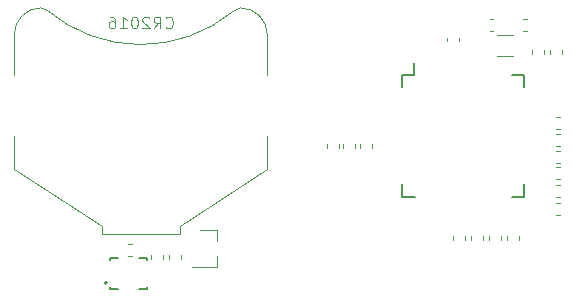
<source format=gbr>
G04 #@! TF.GenerationSoftware,KiCad,Pcbnew,5.0.2+dfsg1-1~bpo9+1*
G04 #@! TF.CreationDate,2019-04-10T18:13:28+03:00*
G04 #@! TF.ProjectId,kicad,6b696361-642e-46b6-9963-61645f706362,rev?*
G04 #@! TF.SameCoordinates,Original*
G04 #@! TF.FileFunction,Legend,Bot*
G04 #@! TF.FilePolarity,Positive*
%FSLAX46Y46*%
G04 Gerber Fmt 4.6, Leading zero omitted, Abs format (unit mm)*
G04 Created by KiCad (PCBNEW 5.0.2+dfsg1-1~bpo9+1) date Wed 10 Apr 2019 06:13:28 PM MSK*
%MOMM*%
%LPD*%
G01*
G04 APERTURE LIST*
%ADD10C,0.100000*%
%ADD11C,0.120000*%
%ADD12C,0.127000*%
%ADD13C,0.200000*%
%ADD14C,0.150000*%
%ADD15C,0.125000*%
%ADD16R,5.181600X5.181600*%
%ADD17R,7.101600X8.101600*%
%ADD18C,0.976600*%
%ADD19R,1.001600X0.901600*%
%ADD20C,1.801600*%
%ADD21R,0.630800X0.400800*%
%ADD22R,0.400800X0.630800*%
%ADD23R,1.101600X1.901600*%
%ADD24R,1.050800X0.300800*%
%ADD25R,0.300800X1.050800*%
G04 APERTURE END LIST*
D10*
G04 #@! TO.C,BT1*
X154679036Y-85186274D02*
G75*
G02X138853667Y-85109667I-7867036J9468274D01*
G01*
X154710540Y-85158207D02*
G75*
G02X155270333Y-84926333I559793J-559793D01*
G01*
X138913460Y-85158207D02*
G75*
G03X138353667Y-84926333I-559793J-559793D01*
G01*
X136103667Y-87176333D02*
G75*
G02X138353667Y-84926333I2250000J0D01*
G01*
X157520333Y-87176333D02*
G75*
G03X155270333Y-84926333I-2250000J0D01*
G01*
X157520333Y-90634667D02*
X157520333Y-87134667D01*
X136103667Y-90634667D02*
X136103667Y-87134667D01*
X157520333Y-98551333D02*
X157520333Y-95801333D01*
X150103667Y-103426333D02*
X157520333Y-98551333D01*
X150103667Y-104093000D02*
X150103667Y-103426333D01*
X143520333Y-104093000D02*
X150103667Y-104093000D01*
X143520333Y-104093000D02*
X143520333Y-103426333D01*
X143520333Y-103426333D02*
X136103667Y-98551333D01*
X136103667Y-98551333D02*
X136103667Y-95801333D01*
D11*
G04 #@! TO.C,C1_1*
X173226000Y-104256721D02*
X173226000Y-104582279D01*
X174246000Y-104256721D02*
X174246000Y-104582279D01*
G04 #@! TO.C,R3*
X180977000Y-88834279D02*
X180977000Y-88508721D01*
X179957000Y-88834279D02*
X179957000Y-88508721D01*
G04 #@! TO.C,FB1*
X181980721Y-102491000D02*
X182306279Y-102491000D01*
X181980721Y-101471000D02*
X182306279Y-101471000D01*
G04 #@! TO.C,Q1*
X153287000Y-103703000D02*
X153287000Y-104633000D01*
X153287000Y-106863000D02*
X153287000Y-105933000D01*
X153287000Y-106863000D02*
X151127000Y-106863000D01*
X153287000Y-103703000D02*
X151827000Y-103703000D01*
G04 #@! TO.C,C16*
X179186721Y-86870000D02*
X179512279Y-86870000D01*
X179186721Y-85850000D02*
X179512279Y-85850000D01*
G04 #@! TO.C,C15*
X176341721Y-85850000D02*
X176667279Y-85850000D01*
X176341721Y-86870000D02*
X176667279Y-86870000D01*
G04 #@! TO.C,C14*
X150243000Y-106182279D02*
X150243000Y-105856721D01*
X149223000Y-106182279D02*
X149223000Y-105856721D01*
G04 #@! TO.C,C2*
X172718000Y-87767279D02*
X172718000Y-87441721D01*
X173738000Y-87767279D02*
X173738000Y-87441721D01*
D12*
G04 #@! TO.C,U2*
X144234400Y-106141600D02*
X144884400Y-106141600D01*
X144234400Y-106291600D02*
X144234400Y-106141600D01*
X147334400Y-106141600D02*
X146684400Y-106141600D01*
X147334400Y-106291600D02*
X147334400Y-106141600D01*
X147334400Y-108741600D02*
X147334400Y-108591600D01*
X146684400Y-108741600D02*
X147334400Y-108741600D01*
X144234400Y-108741600D02*
X144234400Y-108591600D01*
X144884400Y-108741600D02*
X144234400Y-108741600D01*
D13*
X143934400Y-108191600D02*
G75*
G03X143934400Y-108191600I-100000J0D01*
G01*
D11*
G04 #@! TO.C,R2*
X181481000Y-88834279D02*
X181481000Y-88508721D01*
X182501000Y-88834279D02*
X182501000Y-88508721D01*
G04 #@! TO.C,C13*
X147699000Y-106182279D02*
X147699000Y-105856721D01*
X148719000Y-106182279D02*
X148719000Y-105856721D01*
G04 #@! TO.C,C12*
X145734721Y-104900000D02*
X146060279Y-104900000D01*
X145734721Y-105920000D02*
X146060279Y-105920000D01*
G04 #@! TO.C,C10*
X178818000Y-104256721D02*
X178818000Y-104582279D01*
X177798000Y-104256721D02*
X177798000Y-104582279D01*
G04 #@! TO.C,C9*
X177294000Y-104256721D02*
X177294000Y-104582279D01*
X176274000Y-104256721D02*
X176274000Y-104582279D01*
G04 #@! TO.C,C8*
X181980721Y-98423000D02*
X182306279Y-98423000D01*
X181980721Y-99443000D02*
X182306279Y-99443000D01*
G04 #@! TO.C,C7*
X181980721Y-94193900D02*
X182306279Y-94193900D01*
X181980721Y-95213900D02*
X182306279Y-95213900D01*
G04 #@! TO.C,C6*
X181980721Y-98046000D02*
X182306279Y-98046000D01*
X181980721Y-97026000D02*
X182306279Y-97026000D01*
G04 #@! TO.C,C5*
X163955000Y-96809779D02*
X163955000Y-96484221D01*
X164975000Y-96809779D02*
X164975000Y-96484221D01*
G04 #@! TO.C,C4*
X165352000Y-96809779D02*
X165352000Y-96484221D01*
X166372000Y-96809779D02*
X166372000Y-96484221D01*
G04 #@! TO.C,C3*
X181980721Y-95629000D02*
X182306279Y-95629000D01*
X181980721Y-96649000D02*
X182306279Y-96649000D01*
G04 #@! TO.C,C1*
X175770000Y-104256721D02*
X175770000Y-104582279D01*
X174750000Y-104256721D02*
X174750000Y-104582279D01*
G04 #@! TO.C,Y1*
X176998000Y-89013000D02*
X178348000Y-89013000D01*
X176998000Y-87263000D02*
X178348000Y-87263000D01*
D14*
G04 #@! TO.C,U1*
X169932080Y-90582560D02*
X169932080Y-89557560D01*
X168932080Y-100932560D02*
X168932080Y-99857560D01*
X179282080Y-100932560D02*
X179282080Y-99857560D01*
X179282080Y-90582560D02*
X179282080Y-91657560D01*
X168932080Y-90582560D02*
X168932080Y-91657560D01*
X179282080Y-90582560D02*
X178207080Y-90582560D01*
X179282080Y-100932560D02*
X178207080Y-100932560D01*
X168932080Y-100932560D02*
X170007080Y-100932560D01*
X168932080Y-90582560D02*
X169932080Y-90582560D01*
D11*
G04 #@! TO.C,R1*
X181980721Y-99947000D02*
X182306279Y-99947000D01*
X181980721Y-100967000D02*
X182306279Y-100967000D01*
G04 #@! TO.C,C11*
X162558000Y-96809779D02*
X162558000Y-96484221D01*
X163578000Y-96809779D02*
X163578000Y-96484221D01*
G04 #@! TO.C,BT1*
D15*
X148907238Y-86575142D02*
X148954857Y-86622761D01*
X149097714Y-86670380D01*
X149192952Y-86670380D01*
X149335809Y-86622761D01*
X149431047Y-86527523D01*
X149478666Y-86432285D01*
X149526285Y-86241809D01*
X149526285Y-86098952D01*
X149478666Y-85908476D01*
X149431047Y-85813238D01*
X149335809Y-85718000D01*
X149192952Y-85670380D01*
X149097714Y-85670380D01*
X148954857Y-85718000D01*
X148907238Y-85765619D01*
X147907238Y-86670380D02*
X148240571Y-86194190D01*
X148478666Y-86670380D02*
X148478666Y-85670380D01*
X148097714Y-85670380D01*
X148002476Y-85718000D01*
X147954857Y-85765619D01*
X147907238Y-85860857D01*
X147907238Y-86003714D01*
X147954857Y-86098952D01*
X148002476Y-86146571D01*
X148097714Y-86194190D01*
X148478666Y-86194190D01*
X147526285Y-85765619D02*
X147478666Y-85718000D01*
X147383428Y-85670380D01*
X147145333Y-85670380D01*
X147050095Y-85718000D01*
X147002476Y-85765619D01*
X146954857Y-85860857D01*
X146954857Y-85956095D01*
X147002476Y-86098952D01*
X147573904Y-86670380D01*
X146954857Y-86670380D01*
X146335809Y-85670380D02*
X146240571Y-85670380D01*
X146145333Y-85718000D01*
X146097714Y-85765619D01*
X146050095Y-85860857D01*
X146002476Y-86051333D01*
X146002476Y-86289428D01*
X146050095Y-86479904D01*
X146097714Y-86575142D01*
X146145333Y-86622761D01*
X146240571Y-86670380D01*
X146335809Y-86670380D01*
X146431047Y-86622761D01*
X146478666Y-86575142D01*
X146526285Y-86479904D01*
X146573904Y-86289428D01*
X146573904Y-86051333D01*
X146526285Y-85860857D01*
X146478666Y-85765619D01*
X146431047Y-85718000D01*
X146335809Y-85670380D01*
X145050095Y-86670380D02*
X145621523Y-86670380D01*
X145335809Y-86670380D02*
X145335809Y-85670380D01*
X145431047Y-85813238D01*
X145526285Y-85908476D01*
X145621523Y-85956095D01*
X144192952Y-85670380D02*
X144383428Y-85670380D01*
X144478666Y-85718000D01*
X144526285Y-85765619D01*
X144621523Y-85908476D01*
X144669142Y-86098952D01*
X144669142Y-86479904D01*
X144621523Y-86575142D01*
X144573904Y-86622761D01*
X144478666Y-86670380D01*
X144288190Y-86670380D01*
X144192952Y-86622761D01*
X144145333Y-86575142D01*
X144097714Y-86479904D01*
X144097714Y-86241809D01*
X144145333Y-86146571D01*
X144192952Y-86098952D01*
X144288190Y-86051333D01*
X144478666Y-86051333D01*
X144573904Y-86098952D01*
X144621523Y-86146571D01*
X144669142Y-86241809D01*
G04 #@! TD*
%LPC*%
D16*
G04 #@! TO.C,BT1*
X133962000Y-93218000D03*
X159662000Y-93218000D03*
D17*
X146812000Y-93218000D03*
G04 #@! TD*
D10*
G04 #@! TO.C,C1_1*
G36*
X174041581Y-103144876D02*
X174065281Y-103148391D01*
X174088523Y-103154213D01*
X174111082Y-103162285D01*
X174132742Y-103172529D01*
X174153292Y-103184847D01*
X174172537Y-103199119D01*
X174190290Y-103215210D01*
X174206381Y-103232963D01*
X174220653Y-103252208D01*
X174232971Y-103272758D01*
X174243215Y-103294418D01*
X174251287Y-103316977D01*
X174257109Y-103340219D01*
X174260624Y-103363919D01*
X174261800Y-103387850D01*
X174261800Y-103876150D01*
X174260624Y-103900081D01*
X174257109Y-103923781D01*
X174251287Y-103947023D01*
X174243215Y-103969582D01*
X174232971Y-103991242D01*
X174220653Y-104011792D01*
X174206381Y-104031037D01*
X174190290Y-104048790D01*
X174172537Y-104064881D01*
X174153292Y-104079153D01*
X174132742Y-104091471D01*
X174111082Y-104101715D01*
X174088523Y-104109787D01*
X174065281Y-104115609D01*
X174041581Y-104119124D01*
X174017650Y-104120300D01*
X173454350Y-104120300D01*
X173430419Y-104119124D01*
X173406719Y-104115609D01*
X173383477Y-104109787D01*
X173360918Y-104101715D01*
X173339258Y-104091471D01*
X173318708Y-104079153D01*
X173299463Y-104064881D01*
X173281710Y-104048790D01*
X173265619Y-104031037D01*
X173251347Y-104011792D01*
X173239029Y-103991242D01*
X173228785Y-103969582D01*
X173220713Y-103947023D01*
X173214891Y-103923781D01*
X173211376Y-103900081D01*
X173210200Y-103876150D01*
X173210200Y-103387850D01*
X173211376Y-103363919D01*
X173214891Y-103340219D01*
X173220713Y-103316977D01*
X173228785Y-103294418D01*
X173239029Y-103272758D01*
X173251347Y-103252208D01*
X173265619Y-103232963D01*
X173281710Y-103215210D01*
X173299463Y-103199119D01*
X173318708Y-103184847D01*
X173339258Y-103172529D01*
X173360918Y-103162285D01*
X173383477Y-103154213D01*
X173406719Y-103148391D01*
X173430419Y-103144876D01*
X173454350Y-103143700D01*
X174017650Y-103143700D01*
X174041581Y-103144876D01*
X174041581Y-103144876D01*
G37*
D18*
X173736000Y-103632000D03*
D10*
G36*
X174041581Y-104719876D02*
X174065281Y-104723391D01*
X174088523Y-104729213D01*
X174111082Y-104737285D01*
X174132742Y-104747529D01*
X174153292Y-104759847D01*
X174172537Y-104774119D01*
X174190290Y-104790210D01*
X174206381Y-104807963D01*
X174220653Y-104827208D01*
X174232971Y-104847758D01*
X174243215Y-104869418D01*
X174251287Y-104891977D01*
X174257109Y-104915219D01*
X174260624Y-104938919D01*
X174261800Y-104962850D01*
X174261800Y-105451150D01*
X174260624Y-105475081D01*
X174257109Y-105498781D01*
X174251287Y-105522023D01*
X174243215Y-105544582D01*
X174232971Y-105566242D01*
X174220653Y-105586792D01*
X174206381Y-105606037D01*
X174190290Y-105623790D01*
X174172537Y-105639881D01*
X174153292Y-105654153D01*
X174132742Y-105666471D01*
X174111082Y-105676715D01*
X174088523Y-105684787D01*
X174065281Y-105690609D01*
X174041581Y-105694124D01*
X174017650Y-105695300D01*
X173454350Y-105695300D01*
X173430419Y-105694124D01*
X173406719Y-105690609D01*
X173383477Y-105684787D01*
X173360918Y-105676715D01*
X173339258Y-105666471D01*
X173318708Y-105654153D01*
X173299463Y-105639881D01*
X173281710Y-105623790D01*
X173265619Y-105606037D01*
X173251347Y-105586792D01*
X173239029Y-105566242D01*
X173228785Y-105544582D01*
X173220713Y-105522023D01*
X173214891Y-105498781D01*
X173211376Y-105475081D01*
X173210200Y-105451150D01*
X173210200Y-104962850D01*
X173211376Y-104938919D01*
X173214891Y-104915219D01*
X173220713Y-104891977D01*
X173228785Y-104869418D01*
X173239029Y-104847758D01*
X173251347Y-104827208D01*
X173265619Y-104807963D01*
X173281710Y-104790210D01*
X173299463Y-104774119D01*
X173318708Y-104759847D01*
X173339258Y-104747529D01*
X173360918Y-104737285D01*
X173383477Y-104729213D01*
X173406719Y-104723391D01*
X173430419Y-104719876D01*
X173454350Y-104718700D01*
X174017650Y-104718700D01*
X174041581Y-104719876D01*
X174041581Y-104719876D01*
G37*
D18*
X173736000Y-105207000D03*
G04 #@! TD*
D10*
G04 #@! TO.C,R3*
G36*
X180772581Y-88971876D02*
X180796281Y-88975391D01*
X180819523Y-88981213D01*
X180842082Y-88989285D01*
X180863742Y-88999529D01*
X180884292Y-89011847D01*
X180903537Y-89026119D01*
X180921290Y-89042210D01*
X180937381Y-89059963D01*
X180951653Y-89079208D01*
X180963971Y-89099758D01*
X180974215Y-89121418D01*
X180982287Y-89143977D01*
X180988109Y-89167219D01*
X180991624Y-89190919D01*
X180992800Y-89214850D01*
X180992800Y-89703150D01*
X180991624Y-89727081D01*
X180988109Y-89750781D01*
X180982287Y-89774023D01*
X180974215Y-89796582D01*
X180963971Y-89818242D01*
X180951653Y-89838792D01*
X180937381Y-89858037D01*
X180921290Y-89875790D01*
X180903537Y-89891881D01*
X180884292Y-89906153D01*
X180863742Y-89918471D01*
X180842082Y-89928715D01*
X180819523Y-89936787D01*
X180796281Y-89942609D01*
X180772581Y-89946124D01*
X180748650Y-89947300D01*
X180185350Y-89947300D01*
X180161419Y-89946124D01*
X180137719Y-89942609D01*
X180114477Y-89936787D01*
X180091918Y-89928715D01*
X180070258Y-89918471D01*
X180049708Y-89906153D01*
X180030463Y-89891881D01*
X180012710Y-89875790D01*
X179996619Y-89858037D01*
X179982347Y-89838792D01*
X179970029Y-89818242D01*
X179959785Y-89796582D01*
X179951713Y-89774023D01*
X179945891Y-89750781D01*
X179942376Y-89727081D01*
X179941200Y-89703150D01*
X179941200Y-89214850D01*
X179942376Y-89190919D01*
X179945891Y-89167219D01*
X179951713Y-89143977D01*
X179959785Y-89121418D01*
X179970029Y-89099758D01*
X179982347Y-89079208D01*
X179996619Y-89059963D01*
X180012710Y-89042210D01*
X180030463Y-89026119D01*
X180049708Y-89011847D01*
X180070258Y-88999529D01*
X180091918Y-88989285D01*
X180114477Y-88981213D01*
X180137719Y-88975391D01*
X180161419Y-88971876D01*
X180185350Y-88970700D01*
X180748650Y-88970700D01*
X180772581Y-88971876D01*
X180772581Y-88971876D01*
G37*
D18*
X180467000Y-89459000D03*
D10*
G36*
X180772581Y-87396876D02*
X180796281Y-87400391D01*
X180819523Y-87406213D01*
X180842082Y-87414285D01*
X180863742Y-87424529D01*
X180884292Y-87436847D01*
X180903537Y-87451119D01*
X180921290Y-87467210D01*
X180937381Y-87484963D01*
X180951653Y-87504208D01*
X180963971Y-87524758D01*
X180974215Y-87546418D01*
X180982287Y-87568977D01*
X180988109Y-87592219D01*
X180991624Y-87615919D01*
X180992800Y-87639850D01*
X180992800Y-88128150D01*
X180991624Y-88152081D01*
X180988109Y-88175781D01*
X180982287Y-88199023D01*
X180974215Y-88221582D01*
X180963971Y-88243242D01*
X180951653Y-88263792D01*
X180937381Y-88283037D01*
X180921290Y-88300790D01*
X180903537Y-88316881D01*
X180884292Y-88331153D01*
X180863742Y-88343471D01*
X180842082Y-88353715D01*
X180819523Y-88361787D01*
X180796281Y-88367609D01*
X180772581Y-88371124D01*
X180748650Y-88372300D01*
X180185350Y-88372300D01*
X180161419Y-88371124D01*
X180137719Y-88367609D01*
X180114477Y-88361787D01*
X180091918Y-88353715D01*
X180070258Y-88343471D01*
X180049708Y-88331153D01*
X180030463Y-88316881D01*
X180012710Y-88300790D01*
X179996619Y-88283037D01*
X179982347Y-88263792D01*
X179970029Y-88243242D01*
X179959785Y-88221582D01*
X179951713Y-88199023D01*
X179945891Y-88175781D01*
X179942376Y-88152081D01*
X179941200Y-88128150D01*
X179941200Y-87639850D01*
X179942376Y-87615919D01*
X179945891Y-87592219D01*
X179951713Y-87568977D01*
X179959785Y-87546418D01*
X179970029Y-87524758D01*
X179982347Y-87504208D01*
X179996619Y-87484963D01*
X180012710Y-87467210D01*
X180030463Y-87451119D01*
X180049708Y-87436847D01*
X180070258Y-87424529D01*
X180091918Y-87414285D01*
X180114477Y-87406213D01*
X180137719Y-87400391D01*
X180161419Y-87396876D01*
X180185350Y-87395700D01*
X180748650Y-87395700D01*
X180772581Y-87396876D01*
X180772581Y-87396876D01*
G37*
D18*
X180467000Y-87884000D03*
G04 #@! TD*
D10*
G04 #@! TO.C,FB1*
G36*
X181624081Y-101456376D02*
X181647781Y-101459891D01*
X181671023Y-101465713D01*
X181693582Y-101473785D01*
X181715242Y-101484029D01*
X181735792Y-101496347D01*
X181755037Y-101510619D01*
X181772790Y-101526710D01*
X181788881Y-101544463D01*
X181803153Y-101563708D01*
X181815471Y-101584258D01*
X181825715Y-101605918D01*
X181833787Y-101628477D01*
X181839609Y-101651719D01*
X181843124Y-101675419D01*
X181844300Y-101699350D01*
X181844300Y-102262650D01*
X181843124Y-102286581D01*
X181839609Y-102310281D01*
X181833787Y-102333523D01*
X181825715Y-102356082D01*
X181815471Y-102377742D01*
X181803153Y-102398292D01*
X181788881Y-102417537D01*
X181772790Y-102435290D01*
X181755037Y-102451381D01*
X181735792Y-102465653D01*
X181715242Y-102477971D01*
X181693582Y-102488215D01*
X181671023Y-102496287D01*
X181647781Y-102502109D01*
X181624081Y-102505624D01*
X181600150Y-102506800D01*
X181111850Y-102506800D01*
X181087919Y-102505624D01*
X181064219Y-102502109D01*
X181040977Y-102496287D01*
X181018418Y-102488215D01*
X180996758Y-102477971D01*
X180976208Y-102465653D01*
X180956963Y-102451381D01*
X180939210Y-102435290D01*
X180923119Y-102417537D01*
X180908847Y-102398292D01*
X180896529Y-102377742D01*
X180886285Y-102356082D01*
X180878213Y-102333523D01*
X180872391Y-102310281D01*
X180868876Y-102286581D01*
X180867700Y-102262650D01*
X180867700Y-101699350D01*
X180868876Y-101675419D01*
X180872391Y-101651719D01*
X180878213Y-101628477D01*
X180886285Y-101605918D01*
X180896529Y-101584258D01*
X180908847Y-101563708D01*
X180923119Y-101544463D01*
X180939210Y-101526710D01*
X180956963Y-101510619D01*
X180976208Y-101496347D01*
X180996758Y-101484029D01*
X181018418Y-101473785D01*
X181040977Y-101465713D01*
X181064219Y-101459891D01*
X181087919Y-101456376D01*
X181111850Y-101455200D01*
X181600150Y-101455200D01*
X181624081Y-101456376D01*
X181624081Y-101456376D01*
G37*
D18*
X181356000Y-101981000D03*
D10*
G36*
X183199081Y-101456376D02*
X183222781Y-101459891D01*
X183246023Y-101465713D01*
X183268582Y-101473785D01*
X183290242Y-101484029D01*
X183310792Y-101496347D01*
X183330037Y-101510619D01*
X183347790Y-101526710D01*
X183363881Y-101544463D01*
X183378153Y-101563708D01*
X183390471Y-101584258D01*
X183400715Y-101605918D01*
X183408787Y-101628477D01*
X183414609Y-101651719D01*
X183418124Y-101675419D01*
X183419300Y-101699350D01*
X183419300Y-102262650D01*
X183418124Y-102286581D01*
X183414609Y-102310281D01*
X183408787Y-102333523D01*
X183400715Y-102356082D01*
X183390471Y-102377742D01*
X183378153Y-102398292D01*
X183363881Y-102417537D01*
X183347790Y-102435290D01*
X183330037Y-102451381D01*
X183310792Y-102465653D01*
X183290242Y-102477971D01*
X183268582Y-102488215D01*
X183246023Y-102496287D01*
X183222781Y-102502109D01*
X183199081Y-102505624D01*
X183175150Y-102506800D01*
X182686850Y-102506800D01*
X182662919Y-102505624D01*
X182639219Y-102502109D01*
X182615977Y-102496287D01*
X182593418Y-102488215D01*
X182571758Y-102477971D01*
X182551208Y-102465653D01*
X182531963Y-102451381D01*
X182514210Y-102435290D01*
X182498119Y-102417537D01*
X182483847Y-102398292D01*
X182471529Y-102377742D01*
X182461285Y-102356082D01*
X182453213Y-102333523D01*
X182447391Y-102310281D01*
X182443876Y-102286581D01*
X182442700Y-102262650D01*
X182442700Y-101699350D01*
X182443876Y-101675419D01*
X182447391Y-101651719D01*
X182453213Y-101628477D01*
X182461285Y-101605918D01*
X182471529Y-101584258D01*
X182483847Y-101563708D01*
X182498119Y-101544463D01*
X182514210Y-101526710D01*
X182531963Y-101510619D01*
X182551208Y-101496347D01*
X182571758Y-101484029D01*
X182593418Y-101473785D01*
X182615977Y-101465713D01*
X182639219Y-101459891D01*
X182662919Y-101456376D01*
X182686850Y-101455200D01*
X183175150Y-101455200D01*
X183199081Y-101456376D01*
X183199081Y-101456376D01*
G37*
D18*
X182931000Y-101981000D03*
G04 #@! TD*
D19*
G04 #@! TO.C,Q1*
X151527000Y-106233000D03*
X151527000Y-104333000D03*
X153527000Y-105283000D03*
G04 #@! TD*
D10*
G04 #@! TO.C,C16*
G36*
X178830081Y-85835376D02*
X178853781Y-85838891D01*
X178877023Y-85844713D01*
X178899582Y-85852785D01*
X178921242Y-85863029D01*
X178941792Y-85875347D01*
X178961037Y-85889619D01*
X178978790Y-85905710D01*
X178994881Y-85923463D01*
X179009153Y-85942708D01*
X179021471Y-85963258D01*
X179031715Y-85984918D01*
X179039787Y-86007477D01*
X179045609Y-86030719D01*
X179049124Y-86054419D01*
X179050300Y-86078350D01*
X179050300Y-86641650D01*
X179049124Y-86665581D01*
X179045609Y-86689281D01*
X179039787Y-86712523D01*
X179031715Y-86735082D01*
X179021471Y-86756742D01*
X179009153Y-86777292D01*
X178994881Y-86796537D01*
X178978790Y-86814290D01*
X178961037Y-86830381D01*
X178941792Y-86844653D01*
X178921242Y-86856971D01*
X178899582Y-86867215D01*
X178877023Y-86875287D01*
X178853781Y-86881109D01*
X178830081Y-86884624D01*
X178806150Y-86885800D01*
X178317850Y-86885800D01*
X178293919Y-86884624D01*
X178270219Y-86881109D01*
X178246977Y-86875287D01*
X178224418Y-86867215D01*
X178202758Y-86856971D01*
X178182208Y-86844653D01*
X178162963Y-86830381D01*
X178145210Y-86814290D01*
X178129119Y-86796537D01*
X178114847Y-86777292D01*
X178102529Y-86756742D01*
X178092285Y-86735082D01*
X178084213Y-86712523D01*
X178078391Y-86689281D01*
X178074876Y-86665581D01*
X178073700Y-86641650D01*
X178073700Y-86078350D01*
X178074876Y-86054419D01*
X178078391Y-86030719D01*
X178084213Y-86007477D01*
X178092285Y-85984918D01*
X178102529Y-85963258D01*
X178114847Y-85942708D01*
X178129119Y-85923463D01*
X178145210Y-85905710D01*
X178162963Y-85889619D01*
X178182208Y-85875347D01*
X178202758Y-85863029D01*
X178224418Y-85852785D01*
X178246977Y-85844713D01*
X178270219Y-85838891D01*
X178293919Y-85835376D01*
X178317850Y-85834200D01*
X178806150Y-85834200D01*
X178830081Y-85835376D01*
X178830081Y-85835376D01*
G37*
D18*
X178562000Y-86360000D03*
D10*
G36*
X180405081Y-85835376D02*
X180428781Y-85838891D01*
X180452023Y-85844713D01*
X180474582Y-85852785D01*
X180496242Y-85863029D01*
X180516792Y-85875347D01*
X180536037Y-85889619D01*
X180553790Y-85905710D01*
X180569881Y-85923463D01*
X180584153Y-85942708D01*
X180596471Y-85963258D01*
X180606715Y-85984918D01*
X180614787Y-86007477D01*
X180620609Y-86030719D01*
X180624124Y-86054419D01*
X180625300Y-86078350D01*
X180625300Y-86641650D01*
X180624124Y-86665581D01*
X180620609Y-86689281D01*
X180614787Y-86712523D01*
X180606715Y-86735082D01*
X180596471Y-86756742D01*
X180584153Y-86777292D01*
X180569881Y-86796537D01*
X180553790Y-86814290D01*
X180536037Y-86830381D01*
X180516792Y-86844653D01*
X180496242Y-86856971D01*
X180474582Y-86867215D01*
X180452023Y-86875287D01*
X180428781Y-86881109D01*
X180405081Y-86884624D01*
X180381150Y-86885800D01*
X179892850Y-86885800D01*
X179868919Y-86884624D01*
X179845219Y-86881109D01*
X179821977Y-86875287D01*
X179799418Y-86867215D01*
X179777758Y-86856971D01*
X179757208Y-86844653D01*
X179737963Y-86830381D01*
X179720210Y-86814290D01*
X179704119Y-86796537D01*
X179689847Y-86777292D01*
X179677529Y-86756742D01*
X179667285Y-86735082D01*
X179659213Y-86712523D01*
X179653391Y-86689281D01*
X179649876Y-86665581D01*
X179648700Y-86641650D01*
X179648700Y-86078350D01*
X179649876Y-86054419D01*
X179653391Y-86030719D01*
X179659213Y-86007477D01*
X179667285Y-85984918D01*
X179677529Y-85963258D01*
X179689847Y-85942708D01*
X179704119Y-85923463D01*
X179720210Y-85905710D01*
X179737963Y-85889619D01*
X179757208Y-85875347D01*
X179777758Y-85863029D01*
X179799418Y-85852785D01*
X179821977Y-85844713D01*
X179845219Y-85838891D01*
X179868919Y-85835376D01*
X179892850Y-85834200D01*
X180381150Y-85834200D01*
X180405081Y-85835376D01*
X180405081Y-85835376D01*
G37*
D18*
X180137000Y-86360000D03*
G04 #@! TD*
D10*
G04 #@! TO.C,C15*
G36*
X177560081Y-85835376D02*
X177583781Y-85838891D01*
X177607023Y-85844713D01*
X177629582Y-85852785D01*
X177651242Y-85863029D01*
X177671792Y-85875347D01*
X177691037Y-85889619D01*
X177708790Y-85905710D01*
X177724881Y-85923463D01*
X177739153Y-85942708D01*
X177751471Y-85963258D01*
X177761715Y-85984918D01*
X177769787Y-86007477D01*
X177775609Y-86030719D01*
X177779124Y-86054419D01*
X177780300Y-86078350D01*
X177780300Y-86641650D01*
X177779124Y-86665581D01*
X177775609Y-86689281D01*
X177769787Y-86712523D01*
X177761715Y-86735082D01*
X177751471Y-86756742D01*
X177739153Y-86777292D01*
X177724881Y-86796537D01*
X177708790Y-86814290D01*
X177691037Y-86830381D01*
X177671792Y-86844653D01*
X177651242Y-86856971D01*
X177629582Y-86867215D01*
X177607023Y-86875287D01*
X177583781Y-86881109D01*
X177560081Y-86884624D01*
X177536150Y-86885800D01*
X177047850Y-86885800D01*
X177023919Y-86884624D01*
X177000219Y-86881109D01*
X176976977Y-86875287D01*
X176954418Y-86867215D01*
X176932758Y-86856971D01*
X176912208Y-86844653D01*
X176892963Y-86830381D01*
X176875210Y-86814290D01*
X176859119Y-86796537D01*
X176844847Y-86777292D01*
X176832529Y-86756742D01*
X176822285Y-86735082D01*
X176814213Y-86712523D01*
X176808391Y-86689281D01*
X176804876Y-86665581D01*
X176803700Y-86641650D01*
X176803700Y-86078350D01*
X176804876Y-86054419D01*
X176808391Y-86030719D01*
X176814213Y-86007477D01*
X176822285Y-85984918D01*
X176832529Y-85963258D01*
X176844847Y-85942708D01*
X176859119Y-85923463D01*
X176875210Y-85905710D01*
X176892963Y-85889619D01*
X176912208Y-85875347D01*
X176932758Y-85863029D01*
X176954418Y-85852785D01*
X176976977Y-85844713D01*
X177000219Y-85838891D01*
X177023919Y-85835376D01*
X177047850Y-85834200D01*
X177536150Y-85834200D01*
X177560081Y-85835376D01*
X177560081Y-85835376D01*
G37*
D18*
X177292000Y-86360000D03*
D10*
G36*
X175985081Y-85835376D02*
X176008781Y-85838891D01*
X176032023Y-85844713D01*
X176054582Y-85852785D01*
X176076242Y-85863029D01*
X176096792Y-85875347D01*
X176116037Y-85889619D01*
X176133790Y-85905710D01*
X176149881Y-85923463D01*
X176164153Y-85942708D01*
X176176471Y-85963258D01*
X176186715Y-85984918D01*
X176194787Y-86007477D01*
X176200609Y-86030719D01*
X176204124Y-86054419D01*
X176205300Y-86078350D01*
X176205300Y-86641650D01*
X176204124Y-86665581D01*
X176200609Y-86689281D01*
X176194787Y-86712523D01*
X176186715Y-86735082D01*
X176176471Y-86756742D01*
X176164153Y-86777292D01*
X176149881Y-86796537D01*
X176133790Y-86814290D01*
X176116037Y-86830381D01*
X176096792Y-86844653D01*
X176076242Y-86856971D01*
X176054582Y-86867215D01*
X176032023Y-86875287D01*
X176008781Y-86881109D01*
X175985081Y-86884624D01*
X175961150Y-86885800D01*
X175472850Y-86885800D01*
X175448919Y-86884624D01*
X175425219Y-86881109D01*
X175401977Y-86875287D01*
X175379418Y-86867215D01*
X175357758Y-86856971D01*
X175337208Y-86844653D01*
X175317963Y-86830381D01*
X175300210Y-86814290D01*
X175284119Y-86796537D01*
X175269847Y-86777292D01*
X175257529Y-86756742D01*
X175247285Y-86735082D01*
X175239213Y-86712523D01*
X175233391Y-86689281D01*
X175229876Y-86665581D01*
X175228700Y-86641650D01*
X175228700Y-86078350D01*
X175229876Y-86054419D01*
X175233391Y-86030719D01*
X175239213Y-86007477D01*
X175247285Y-85984918D01*
X175257529Y-85963258D01*
X175269847Y-85942708D01*
X175284119Y-85923463D01*
X175300210Y-85905710D01*
X175317963Y-85889619D01*
X175337208Y-85875347D01*
X175357758Y-85863029D01*
X175379418Y-85852785D01*
X175401977Y-85844713D01*
X175425219Y-85838891D01*
X175448919Y-85835376D01*
X175472850Y-85834200D01*
X175961150Y-85834200D01*
X175985081Y-85835376D01*
X175985081Y-85835376D01*
G37*
D18*
X175717000Y-86360000D03*
G04 #@! TD*
D10*
G04 #@! TO.C,C14*
G36*
X150038581Y-106319876D02*
X150062281Y-106323391D01*
X150085523Y-106329213D01*
X150108082Y-106337285D01*
X150129742Y-106347529D01*
X150150292Y-106359847D01*
X150169537Y-106374119D01*
X150187290Y-106390210D01*
X150203381Y-106407963D01*
X150217653Y-106427208D01*
X150229971Y-106447758D01*
X150240215Y-106469418D01*
X150248287Y-106491977D01*
X150254109Y-106515219D01*
X150257624Y-106538919D01*
X150258800Y-106562850D01*
X150258800Y-107051150D01*
X150257624Y-107075081D01*
X150254109Y-107098781D01*
X150248287Y-107122023D01*
X150240215Y-107144582D01*
X150229971Y-107166242D01*
X150217653Y-107186792D01*
X150203381Y-107206037D01*
X150187290Y-107223790D01*
X150169537Y-107239881D01*
X150150292Y-107254153D01*
X150129742Y-107266471D01*
X150108082Y-107276715D01*
X150085523Y-107284787D01*
X150062281Y-107290609D01*
X150038581Y-107294124D01*
X150014650Y-107295300D01*
X149451350Y-107295300D01*
X149427419Y-107294124D01*
X149403719Y-107290609D01*
X149380477Y-107284787D01*
X149357918Y-107276715D01*
X149336258Y-107266471D01*
X149315708Y-107254153D01*
X149296463Y-107239881D01*
X149278710Y-107223790D01*
X149262619Y-107206037D01*
X149248347Y-107186792D01*
X149236029Y-107166242D01*
X149225785Y-107144582D01*
X149217713Y-107122023D01*
X149211891Y-107098781D01*
X149208376Y-107075081D01*
X149207200Y-107051150D01*
X149207200Y-106562850D01*
X149208376Y-106538919D01*
X149211891Y-106515219D01*
X149217713Y-106491977D01*
X149225785Y-106469418D01*
X149236029Y-106447758D01*
X149248347Y-106427208D01*
X149262619Y-106407963D01*
X149278710Y-106390210D01*
X149296463Y-106374119D01*
X149315708Y-106359847D01*
X149336258Y-106347529D01*
X149357918Y-106337285D01*
X149380477Y-106329213D01*
X149403719Y-106323391D01*
X149427419Y-106319876D01*
X149451350Y-106318700D01*
X150014650Y-106318700D01*
X150038581Y-106319876D01*
X150038581Y-106319876D01*
G37*
D18*
X149733000Y-106807000D03*
D10*
G36*
X150038581Y-104744876D02*
X150062281Y-104748391D01*
X150085523Y-104754213D01*
X150108082Y-104762285D01*
X150129742Y-104772529D01*
X150150292Y-104784847D01*
X150169537Y-104799119D01*
X150187290Y-104815210D01*
X150203381Y-104832963D01*
X150217653Y-104852208D01*
X150229971Y-104872758D01*
X150240215Y-104894418D01*
X150248287Y-104916977D01*
X150254109Y-104940219D01*
X150257624Y-104963919D01*
X150258800Y-104987850D01*
X150258800Y-105476150D01*
X150257624Y-105500081D01*
X150254109Y-105523781D01*
X150248287Y-105547023D01*
X150240215Y-105569582D01*
X150229971Y-105591242D01*
X150217653Y-105611792D01*
X150203381Y-105631037D01*
X150187290Y-105648790D01*
X150169537Y-105664881D01*
X150150292Y-105679153D01*
X150129742Y-105691471D01*
X150108082Y-105701715D01*
X150085523Y-105709787D01*
X150062281Y-105715609D01*
X150038581Y-105719124D01*
X150014650Y-105720300D01*
X149451350Y-105720300D01*
X149427419Y-105719124D01*
X149403719Y-105715609D01*
X149380477Y-105709787D01*
X149357918Y-105701715D01*
X149336258Y-105691471D01*
X149315708Y-105679153D01*
X149296463Y-105664881D01*
X149278710Y-105648790D01*
X149262619Y-105631037D01*
X149248347Y-105611792D01*
X149236029Y-105591242D01*
X149225785Y-105569582D01*
X149217713Y-105547023D01*
X149211891Y-105523781D01*
X149208376Y-105500081D01*
X149207200Y-105476150D01*
X149207200Y-104987850D01*
X149208376Y-104963919D01*
X149211891Y-104940219D01*
X149217713Y-104916977D01*
X149225785Y-104894418D01*
X149236029Y-104872758D01*
X149248347Y-104852208D01*
X149262619Y-104832963D01*
X149278710Y-104815210D01*
X149296463Y-104799119D01*
X149315708Y-104784847D01*
X149336258Y-104772529D01*
X149357918Y-104762285D01*
X149380477Y-104754213D01*
X149403719Y-104748391D01*
X149427419Y-104744876D01*
X149451350Y-104743700D01*
X150014650Y-104743700D01*
X150038581Y-104744876D01*
X150038581Y-104744876D01*
G37*
D18*
X149733000Y-105232000D03*
G04 #@! TD*
D10*
G04 #@! TO.C,C2*
G36*
X173533581Y-86329876D02*
X173557281Y-86333391D01*
X173580523Y-86339213D01*
X173603082Y-86347285D01*
X173624742Y-86357529D01*
X173645292Y-86369847D01*
X173664537Y-86384119D01*
X173682290Y-86400210D01*
X173698381Y-86417963D01*
X173712653Y-86437208D01*
X173724971Y-86457758D01*
X173735215Y-86479418D01*
X173743287Y-86501977D01*
X173749109Y-86525219D01*
X173752624Y-86548919D01*
X173753800Y-86572850D01*
X173753800Y-87061150D01*
X173752624Y-87085081D01*
X173749109Y-87108781D01*
X173743287Y-87132023D01*
X173735215Y-87154582D01*
X173724971Y-87176242D01*
X173712653Y-87196792D01*
X173698381Y-87216037D01*
X173682290Y-87233790D01*
X173664537Y-87249881D01*
X173645292Y-87264153D01*
X173624742Y-87276471D01*
X173603082Y-87286715D01*
X173580523Y-87294787D01*
X173557281Y-87300609D01*
X173533581Y-87304124D01*
X173509650Y-87305300D01*
X172946350Y-87305300D01*
X172922419Y-87304124D01*
X172898719Y-87300609D01*
X172875477Y-87294787D01*
X172852918Y-87286715D01*
X172831258Y-87276471D01*
X172810708Y-87264153D01*
X172791463Y-87249881D01*
X172773710Y-87233790D01*
X172757619Y-87216037D01*
X172743347Y-87196792D01*
X172731029Y-87176242D01*
X172720785Y-87154582D01*
X172712713Y-87132023D01*
X172706891Y-87108781D01*
X172703376Y-87085081D01*
X172702200Y-87061150D01*
X172702200Y-86572850D01*
X172703376Y-86548919D01*
X172706891Y-86525219D01*
X172712713Y-86501977D01*
X172720785Y-86479418D01*
X172731029Y-86457758D01*
X172743347Y-86437208D01*
X172757619Y-86417963D01*
X172773710Y-86400210D01*
X172791463Y-86384119D01*
X172810708Y-86369847D01*
X172831258Y-86357529D01*
X172852918Y-86347285D01*
X172875477Y-86339213D01*
X172898719Y-86333391D01*
X172922419Y-86329876D01*
X172946350Y-86328700D01*
X173509650Y-86328700D01*
X173533581Y-86329876D01*
X173533581Y-86329876D01*
G37*
D18*
X173228000Y-86817000D03*
D10*
G36*
X173533581Y-87904876D02*
X173557281Y-87908391D01*
X173580523Y-87914213D01*
X173603082Y-87922285D01*
X173624742Y-87932529D01*
X173645292Y-87944847D01*
X173664537Y-87959119D01*
X173682290Y-87975210D01*
X173698381Y-87992963D01*
X173712653Y-88012208D01*
X173724971Y-88032758D01*
X173735215Y-88054418D01*
X173743287Y-88076977D01*
X173749109Y-88100219D01*
X173752624Y-88123919D01*
X173753800Y-88147850D01*
X173753800Y-88636150D01*
X173752624Y-88660081D01*
X173749109Y-88683781D01*
X173743287Y-88707023D01*
X173735215Y-88729582D01*
X173724971Y-88751242D01*
X173712653Y-88771792D01*
X173698381Y-88791037D01*
X173682290Y-88808790D01*
X173664537Y-88824881D01*
X173645292Y-88839153D01*
X173624742Y-88851471D01*
X173603082Y-88861715D01*
X173580523Y-88869787D01*
X173557281Y-88875609D01*
X173533581Y-88879124D01*
X173509650Y-88880300D01*
X172946350Y-88880300D01*
X172922419Y-88879124D01*
X172898719Y-88875609D01*
X172875477Y-88869787D01*
X172852918Y-88861715D01*
X172831258Y-88851471D01*
X172810708Y-88839153D01*
X172791463Y-88824881D01*
X172773710Y-88808790D01*
X172757619Y-88791037D01*
X172743347Y-88771792D01*
X172731029Y-88751242D01*
X172720785Y-88729582D01*
X172712713Y-88707023D01*
X172706891Y-88683781D01*
X172703376Y-88660081D01*
X172702200Y-88636150D01*
X172702200Y-88147850D01*
X172703376Y-88123919D01*
X172706891Y-88100219D01*
X172712713Y-88076977D01*
X172720785Y-88054418D01*
X172731029Y-88032758D01*
X172743347Y-88012208D01*
X172757619Y-87992963D01*
X172773710Y-87975210D01*
X172791463Y-87959119D01*
X172810708Y-87944847D01*
X172831258Y-87932529D01*
X172852918Y-87922285D01*
X172875477Y-87914213D01*
X172898719Y-87908391D01*
X172922419Y-87904876D01*
X172946350Y-87903700D01*
X173509650Y-87903700D01*
X173533581Y-87904876D01*
X173533581Y-87904876D01*
G37*
D18*
X173228000Y-88392000D03*
G04 #@! TD*
D20*
G04 #@! TO.C,J1*
X183007000Y-81788000D03*
X180467000Y-84328000D03*
X180467000Y-81788000D03*
X177927000Y-84328000D03*
X177927000Y-81788000D03*
X188087000Y-84328000D03*
X188087000Y-81788000D03*
X185547000Y-84328000D03*
X185547000Y-81788000D03*
X183007000Y-84328000D03*
G04 #@! TD*
D21*
G04 #@! TO.C,U2*
X144609400Y-106691600D03*
X144609400Y-107191600D03*
X144609400Y-107691600D03*
X144609400Y-108191600D03*
D22*
X146284400Y-106516600D03*
X145784400Y-106516600D03*
X145284400Y-106516600D03*
D21*
X146959400Y-106691600D03*
X146959400Y-107191600D03*
X146959400Y-107691600D03*
X146959400Y-108191600D03*
D22*
X146284400Y-108366600D03*
X145784400Y-108366600D03*
X145284400Y-108366600D03*
G04 #@! TD*
D10*
G04 #@! TO.C,R2*
G36*
X182296581Y-87396876D02*
X182320281Y-87400391D01*
X182343523Y-87406213D01*
X182366082Y-87414285D01*
X182387742Y-87424529D01*
X182408292Y-87436847D01*
X182427537Y-87451119D01*
X182445290Y-87467210D01*
X182461381Y-87484963D01*
X182475653Y-87504208D01*
X182487971Y-87524758D01*
X182498215Y-87546418D01*
X182506287Y-87568977D01*
X182512109Y-87592219D01*
X182515624Y-87615919D01*
X182516800Y-87639850D01*
X182516800Y-88128150D01*
X182515624Y-88152081D01*
X182512109Y-88175781D01*
X182506287Y-88199023D01*
X182498215Y-88221582D01*
X182487971Y-88243242D01*
X182475653Y-88263792D01*
X182461381Y-88283037D01*
X182445290Y-88300790D01*
X182427537Y-88316881D01*
X182408292Y-88331153D01*
X182387742Y-88343471D01*
X182366082Y-88353715D01*
X182343523Y-88361787D01*
X182320281Y-88367609D01*
X182296581Y-88371124D01*
X182272650Y-88372300D01*
X181709350Y-88372300D01*
X181685419Y-88371124D01*
X181661719Y-88367609D01*
X181638477Y-88361787D01*
X181615918Y-88353715D01*
X181594258Y-88343471D01*
X181573708Y-88331153D01*
X181554463Y-88316881D01*
X181536710Y-88300790D01*
X181520619Y-88283037D01*
X181506347Y-88263792D01*
X181494029Y-88243242D01*
X181483785Y-88221582D01*
X181475713Y-88199023D01*
X181469891Y-88175781D01*
X181466376Y-88152081D01*
X181465200Y-88128150D01*
X181465200Y-87639850D01*
X181466376Y-87615919D01*
X181469891Y-87592219D01*
X181475713Y-87568977D01*
X181483785Y-87546418D01*
X181494029Y-87524758D01*
X181506347Y-87504208D01*
X181520619Y-87484963D01*
X181536710Y-87467210D01*
X181554463Y-87451119D01*
X181573708Y-87436847D01*
X181594258Y-87424529D01*
X181615918Y-87414285D01*
X181638477Y-87406213D01*
X181661719Y-87400391D01*
X181685419Y-87396876D01*
X181709350Y-87395700D01*
X182272650Y-87395700D01*
X182296581Y-87396876D01*
X182296581Y-87396876D01*
G37*
D18*
X181991000Y-87884000D03*
D10*
G36*
X182296581Y-88971876D02*
X182320281Y-88975391D01*
X182343523Y-88981213D01*
X182366082Y-88989285D01*
X182387742Y-88999529D01*
X182408292Y-89011847D01*
X182427537Y-89026119D01*
X182445290Y-89042210D01*
X182461381Y-89059963D01*
X182475653Y-89079208D01*
X182487971Y-89099758D01*
X182498215Y-89121418D01*
X182506287Y-89143977D01*
X182512109Y-89167219D01*
X182515624Y-89190919D01*
X182516800Y-89214850D01*
X182516800Y-89703150D01*
X182515624Y-89727081D01*
X182512109Y-89750781D01*
X182506287Y-89774023D01*
X182498215Y-89796582D01*
X182487971Y-89818242D01*
X182475653Y-89838792D01*
X182461381Y-89858037D01*
X182445290Y-89875790D01*
X182427537Y-89891881D01*
X182408292Y-89906153D01*
X182387742Y-89918471D01*
X182366082Y-89928715D01*
X182343523Y-89936787D01*
X182320281Y-89942609D01*
X182296581Y-89946124D01*
X182272650Y-89947300D01*
X181709350Y-89947300D01*
X181685419Y-89946124D01*
X181661719Y-89942609D01*
X181638477Y-89936787D01*
X181615918Y-89928715D01*
X181594258Y-89918471D01*
X181573708Y-89906153D01*
X181554463Y-89891881D01*
X181536710Y-89875790D01*
X181520619Y-89858037D01*
X181506347Y-89838792D01*
X181494029Y-89818242D01*
X181483785Y-89796582D01*
X181475713Y-89774023D01*
X181469891Y-89750781D01*
X181466376Y-89727081D01*
X181465200Y-89703150D01*
X181465200Y-89214850D01*
X181466376Y-89190919D01*
X181469891Y-89167219D01*
X181475713Y-89143977D01*
X181483785Y-89121418D01*
X181494029Y-89099758D01*
X181506347Y-89079208D01*
X181520619Y-89059963D01*
X181536710Y-89042210D01*
X181554463Y-89026119D01*
X181573708Y-89011847D01*
X181594258Y-88999529D01*
X181615918Y-88989285D01*
X181638477Y-88981213D01*
X181661719Y-88975391D01*
X181685419Y-88971876D01*
X181709350Y-88970700D01*
X182272650Y-88970700D01*
X182296581Y-88971876D01*
X182296581Y-88971876D01*
G37*
D18*
X181991000Y-89459000D03*
G04 #@! TD*
D10*
G04 #@! TO.C,C13*
G36*
X148514581Y-104744876D02*
X148538281Y-104748391D01*
X148561523Y-104754213D01*
X148584082Y-104762285D01*
X148605742Y-104772529D01*
X148626292Y-104784847D01*
X148645537Y-104799119D01*
X148663290Y-104815210D01*
X148679381Y-104832963D01*
X148693653Y-104852208D01*
X148705971Y-104872758D01*
X148716215Y-104894418D01*
X148724287Y-104916977D01*
X148730109Y-104940219D01*
X148733624Y-104963919D01*
X148734800Y-104987850D01*
X148734800Y-105476150D01*
X148733624Y-105500081D01*
X148730109Y-105523781D01*
X148724287Y-105547023D01*
X148716215Y-105569582D01*
X148705971Y-105591242D01*
X148693653Y-105611792D01*
X148679381Y-105631037D01*
X148663290Y-105648790D01*
X148645537Y-105664881D01*
X148626292Y-105679153D01*
X148605742Y-105691471D01*
X148584082Y-105701715D01*
X148561523Y-105709787D01*
X148538281Y-105715609D01*
X148514581Y-105719124D01*
X148490650Y-105720300D01*
X147927350Y-105720300D01*
X147903419Y-105719124D01*
X147879719Y-105715609D01*
X147856477Y-105709787D01*
X147833918Y-105701715D01*
X147812258Y-105691471D01*
X147791708Y-105679153D01*
X147772463Y-105664881D01*
X147754710Y-105648790D01*
X147738619Y-105631037D01*
X147724347Y-105611792D01*
X147712029Y-105591242D01*
X147701785Y-105569582D01*
X147693713Y-105547023D01*
X147687891Y-105523781D01*
X147684376Y-105500081D01*
X147683200Y-105476150D01*
X147683200Y-104987850D01*
X147684376Y-104963919D01*
X147687891Y-104940219D01*
X147693713Y-104916977D01*
X147701785Y-104894418D01*
X147712029Y-104872758D01*
X147724347Y-104852208D01*
X147738619Y-104832963D01*
X147754710Y-104815210D01*
X147772463Y-104799119D01*
X147791708Y-104784847D01*
X147812258Y-104772529D01*
X147833918Y-104762285D01*
X147856477Y-104754213D01*
X147879719Y-104748391D01*
X147903419Y-104744876D01*
X147927350Y-104743700D01*
X148490650Y-104743700D01*
X148514581Y-104744876D01*
X148514581Y-104744876D01*
G37*
D18*
X148209000Y-105232000D03*
D10*
G36*
X148514581Y-106319876D02*
X148538281Y-106323391D01*
X148561523Y-106329213D01*
X148584082Y-106337285D01*
X148605742Y-106347529D01*
X148626292Y-106359847D01*
X148645537Y-106374119D01*
X148663290Y-106390210D01*
X148679381Y-106407963D01*
X148693653Y-106427208D01*
X148705971Y-106447758D01*
X148716215Y-106469418D01*
X148724287Y-106491977D01*
X148730109Y-106515219D01*
X148733624Y-106538919D01*
X148734800Y-106562850D01*
X148734800Y-107051150D01*
X148733624Y-107075081D01*
X148730109Y-107098781D01*
X148724287Y-107122023D01*
X148716215Y-107144582D01*
X148705971Y-107166242D01*
X148693653Y-107186792D01*
X148679381Y-107206037D01*
X148663290Y-107223790D01*
X148645537Y-107239881D01*
X148626292Y-107254153D01*
X148605742Y-107266471D01*
X148584082Y-107276715D01*
X148561523Y-107284787D01*
X148538281Y-107290609D01*
X148514581Y-107294124D01*
X148490650Y-107295300D01*
X147927350Y-107295300D01*
X147903419Y-107294124D01*
X147879719Y-107290609D01*
X147856477Y-107284787D01*
X147833918Y-107276715D01*
X147812258Y-107266471D01*
X147791708Y-107254153D01*
X147772463Y-107239881D01*
X147754710Y-107223790D01*
X147738619Y-107206037D01*
X147724347Y-107186792D01*
X147712029Y-107166242D01*
X147701785Y-107144582D01*
X147693713Y-107122023D01*
X147687891Y-107098781D01*
X147684376Y-107075081D01*
X147683200Y-107051150D01*
X147683200Y-106562850D01*
X147684376Y-106538919D01*
X147687891Y-106515219D01*
X147693713Y-106491977D01*
X147701785Y-106469418D01*
X147712029Y-106447758D01*
X147724347Y-106427208D01*
X147738619Y-106407963D01*
X147754710Y-106390210D01*
X147772463Y-106374119D01*
X147791708Y-106359847D01*
X147812258Y-106347529D01*
X147833918Y-106337285D01*
X147856477Y-106329213D01*
X147879719Y-106323391D01*
X147903419Y-106319876D01*
X147927350Y-106318700D01*
X148490650Y-106318700D01*
X148514581Y-106319876D01*
X148514581Y-106319876D01*
G37*
D18*
X148209000Y-106807000D03*
G04 #@! TD*
D10*
G04 #@! TO.C,C12*
G36*
X146953081Y-104885376D02*
X146976781Y-104888891D01*
X147000023Y-104894713D01*
X147022582Y-104902785D01*
X147044242Y-104913029D01*
X147064792Y-104925347D01*
X147084037Y-104939619D01*
X147101790Y-104955710D01*
X147117881Y-104973463D01*
X147132153Y-104992708D01*
X147144471Y-105013258D01*
X147154715Y-105034918D01*
X147162787Y-105057477D01*
X147168609Y-105080719D01*
X147172124Y-105104419D01*
X147173300Y-105128350D01*
X147173300Y-105691650D01*
X147172124Y-105715581D01*
X147168609Y-105739281D01*
X147162787Y-105762523D01*
X147154715Y-105785082D01*
X147144471Y-105806742D01*
X147132153Y-105827292D01*
X147117881Y-105846537D01*
X147101790Y-105864290D01*
X147084037Y-105880381D01*
X147064792Y-105894653D01*
X147044242Y-105906971D01*
X147022582Y-105917215D01*
X147000023Y-105925287D01*
X146976781Y-105931109D01*
X146953081Y-105934624D01*
X146929150Y-105935800D01*
X146440850Y-105935800D01*
X146416919Y-105934624D01*
X146393219Y-105931109D01*
X146369977Y-105925287D01*
X146347418Y-105917215D01*
X146325758Y-105906971D01*
X146305208Y-105894653D01*
X146285963Y-105880381D01*
X146268210Y-105864290D01*
X146252119Y-105846537D01*
X146237847Y-105827292D01*
X146225529Y-105806742D01*
X146215285Y-105785082D01*
X146207213Y-105762523D01*
X146201391Y-105739281D01*
X146197876Y-105715581D01*
X146196700Y-105691650D01*
X146196700Y-105128350D01*
X146197876Y-105104419D01*
X146201391Y-105080719D01*
X146207213Y-105057477D01*
X146215285Y-105034918D01*
X146225529Y-105013258D01*
X146237847Y-104992708D01*
X146252119Y-104973463D01*
X146268210Y-104955710D01*
X146285963Y-104939619D01*
X146305208Y-104925347D01*
X146325758Y-104913029D01*
X146347418Y-104902785D01*
X146369977Y-104894713D01*
X146393219Y-104888891D01*
X146416919Y-104885376D01*
X146440850Y-104884200D01*
X146929150Y-104884200D01*
X146953081Y-104885376D01*
X146953081Y-104885376D01*
G37*
D18*
X146685000Y-105410000D03*
D10*
G36*
X145378081Y-104885376D02*
X145401781Y-104888891D01*
X145425023Y-104894713D01*
X145447582Y-104902785D01*
X145469242Y-104913029D01*
X145489792Y-104925347D01*
X145509037Y-104939619D01*
X145526790Y-104955710D01*
X145542881Y-104973463D01*
X145557153Y-104992708D01*
X145569471Y-105013258D01*
X145579715Y-105034918D01*
X145587787Y-105057477D01*
X145593609Y-105080719D01*
X145597124Y-105104419D01*
X145598300Y-105128350D01*
X145598300Y-105691650D01*
X145597124Y-105715581D01*
X145593609Y-105739281D01*
X145587787Y-105762523D01*
X145579715Y-105785082D01*
X145569471Y-105806742D01*
X145557153Y-105827292D01*
X145542881Y-105846537D01*
X145526790Y-105864290D01*
X145509037Y-105880381D01*
X145489792Y-105894653D01*
X145469242Y-105906971D01*
X145447582Y-105917215D01*
X145425023Y-105925287D01*
X145401781Y-105931109D01*
X145378081Y-105934624D01*
X145354150Y-105935800D01*
X144865850Y-105935800D01*
X144841919Y-105934624D01*
X144818219Y-105931109D01*
X144794977Y-105925287D01*
X144772418Y-105917215D01*
X144750758Y-105906971D01*
X144730208Y-105894653D01*
X144710963Y-105880381D01*
X144693210Y-105864290D01*
X144677119Y-105846537D01*
X144662847Y-105827292D01*
X144650529Y-105806742D01*
X144640285Y-105785082D01*
X144632213Y-105762523D01*
X144626391Y-105739281D01*
X144622876Y-105715581D01*
X144621700Y-105691650D01*
X144621700Y-105128350D01*
X144622876Y-105104419D01*
X144626391Y-105080719D01*
X144632213Y-105057477D01*
X144640285Y-105034918D01*
X144650529Y-105013258D01*
X144662847Y-104992708D01*
X144677119Y-104973463D01*
X144693210Y-104955710D01*
X144710963Y-104939619D01*
X144730208Y-104925347D01*
X144750758Y-104913029D01*
X144772418Y-104902785D01*
X144794977Y-104894713D01*
X144818219Y-104888891D01*
X144841919Y-104885376D01*
X144865850Y-104884200D01*
X145354150Y-104884200D01*
X145378081Y-104885376D01*
X145378081Y-104885376D01*
G37*
D18*
X145110000Y-105410000D03*
G04 #@! TD*
D10*
G04 #@! TO.C,C10*
G36*
X178613581Y-104719876D02*
X178637281Y-104723391D01*
X178660523Y-104729213D01*
X178683082Y-104737285D01*
X178704742Y-104747529D01*
X178725292Y-104759847D01*
X178744537Y-104774119D01*
X178762290Y-104790210D01*
X178778381Y-104807963D01*
X178792653Y-104827208D01*
X178804971Y-104847758D01*
X178815215Y-104869418D01*
X178823287Y-104891977D01*
X178829109Y-104915219D01*
X178832624Y-104938919D01*
X178833800Y-104962850D01*
X178833800Y-105451150D01*
X178832624Y-105475081D01*
X178829109Y-105498781D01*
X178823287Y-105522023D01*
X178815215Y-105544582D01*
X178804971Y-105566242D01*
X178792653Y-105586792D01*
X178778381Y-105606037D01*
X178762290Y-105623790D01*
X178744537Y-105639881D01*
X178725292Y-105654153D01*
X178704742Y-105666471D01*
X178683082Y-105676715D01*
X178660523Y-105684787D01*
X178637281Y-105690609D01*
X178613581Y-105694124D01*
X178589650Y-105695300D01*
X178026350Y-105695300D01*
X178002419Y-105694124D01*
X177978719Y-105690609D01*
X177955477Y-105684787D01*
X177932918Y-105676715D01*
X177911258Y-105666471D01*
X177890708Y-105654153D01*
X177871463Y-105639881D01*
X177853710Y-105623790D01*
X177837619Y-105606037D01*
X177823347Y-105586792D01*
X177811029Y-105566242D01*
X177800785Y-105544582D01*
X177792713Y-105522023D01*
X177786891Y-105498781D01*
X177783376Y-105475081D01*
X177782200Y-105451150D01*
X177782200Y-104962850D01*
X177783376Y-104938919D01*
X177786891Y-104915219D01*
X177792713Y-104891977D01*
X177800785Y-104869418D01*
X177811029Y-104847758D01*
X177823347Y-104827208D01*
X177837619Y-104807963D01*
X177853710Y-104790210D01*
X177871463Y-104774119D01*
X177890708Y-104759847D01*
X177911258Y-104747529D01*
X177932918Y-104737285D01*
X177955477Y-104729213D01*
X177978719Y-104723391D01*
X178002419Y-104719876D01*
X178026350Y-104718700D01*
X178589650Y-104718700D01*
X178613581Y-104719876D01*
X178613581Y-104719876D01*
G37*
D18*
X178308000Y-105207000D03*
D10*
G36*
X178613581Y-103144876D02*
X178637281Y-103148391D01*
X178660523Y-103154213D01*
X178683082Y-103162285D01*
X178704742Y-103172529D01*
X178725292Y-103184847D01*
X178744537Y-103199119D01*
X178762290Y-103215210D01*
X178778381Y-103232963D01*
X178792653Y-103252208D01*
X178804971Y-103272758D01*
X178815215Y-103294418D01*
X178823287Y-103316977D01*
X178829109Y-103340219D01*
X178832624Y-103363919D01*
X178833800Y-103387850D01*
X178833800Y-103876150D01*
X178832624Y-103900081D01*
X178829109Y-103923781D01*
X178823287Y-103947023D01*
X178815215Y-103969582D01*
X178804971Y-103991242D01*
X178792653Y-104011792D01*
X178778381Y-104031037D01*
X178762290Y-104048790D01*
X178744537Y-104064881D01*
X178725292Y-104079153D01*
X178704742Y-104091471D01*
X178683082Y-104101715D01*
X178660523Y-104109787D01*
X178637281Y-104115609D01*
X178613581Y-104119124D01*
X178589650Y-104120300D01*
X178026350Y-104120300D01*
X178002419Y-104119124D01*
X177978719Y-104115609D01*
X177955477Y-104109787D01*
X177932918Y-104101715D01*
X177911258Y-104091471D01*
X177890708Y-104079153D01*
X177871463Y-104064881D01*
X177853710Y-104048790D01*
X177837619Y-104031037D01*
X177823347Y-104011792D01*
X177811029Y-103991242D01*
X177800785Y-103969582D01*
X177792713Y-103947023D01*
X177786891Y-103923781D01*
X177783376Y-103900081D01*
X177782200Y-103876150D01*
X177782200Y-103387850D01*
X177783376Y-103363919D01*
X177786891Y-103340219D01*
X177792713Y-103316977D01*
X177800785Y-103294418D01*
X177811029Y-103272758D01*
X177823347Y-103252208D01*
X177837619Y-103232963D01*
X177853710Y-103215210D01*
X177871463Y-103199119D01*
X177890708Y-103184847D01*
X177911258Y-103172529D01*
X177932918Y-103162285D01*
X177955477Y-103154213D01*
X177978719Y-103148391D01*
X178002419Y-103144876D01*
X178026350Y-103143700D01*
X178589650Y-103143700D01*
X178613581Y-103144876D01*
X178613581Y-103144876D01*
G37*
D18*
X178308000Y-103632000D03*
G04 #@! TD*
D10*
G04 #@! TO.C,C9*
G36*
X177089581Y-104719876D02*
X177113281Y-104723391D01*
X177136523Y-104729213D01*
X177159082Y-104737285D01*
X177180742Y-104747529D01*
X177201292Y-104759847D01*
X177220537Y-104774119D01*
X177238290Y-104790210D01*
X177254381Y-104807963D01*
X177268653Y-104827208D01*
X177280971Y-104847758D01*
X177291215Y-104869418D01*
X177299287Y-104891977D01*
X177305109Y-104915219D01*
X177308624Y-104938919D01*
X177309800Y-104962850D01*
X177309800Y-105451150D01*
X177308624Y-105475081D01*
X177305109Y-105498781D01*
X177299287Y-105522023D01*
X177291215Y-105544582D01*
X177280971Y-105566242D01*
X177268653Y-105586792D01*
X177254381Y-105606037D01*
X177238290Y-105623790D01*
X177220537Y-105639881D01*
X177201292Y-105654153D01*
X177180742Y-105666471D01*
X177159082Y-105676715D01*
X177136523Y-105684787D01*
X177113281Y-105690609D01*
X177089581Y-105694124D01*
X177065650Y-105695300D01*
X176502350Y-105695300D01*
X176478419Y-105694124D01*
X176454719Y-105690609D01*
X176431477Y-105684787D01*
X176408918Y-105676715D01*
X176387258Y-105666471D01*
X176366708Y-105654153D01*
X176347463Y-105639881D01*
X176329710Y-105623790D01*
X176313619Y-105606037D01*
X176299347Y-105586792D01*
X176287029Y-105566242D01*
X176276785Y-105544582D01*
X176268713Y-105522023D01*
X176262891Y-105498781D01*
X176259376Y-105475081D01*
X176258200Y-105451150D01*
X176258200Y-104962850D01*
X176259376Y-104938919D01*
X176262891Y-104915219D01*
X176268713Y-104891977D01*
X176276785Y-104869418D01*
X176287029Y-104847758D01*
X176299347Y-104827208D01*
X176313619Y-104807963D01*
X176329710Y-104790210D01*
X176347463Y-104774119D01*
X176366708Y-104759847D01*
X176387258Y-104747529D01*
X176408918Y-104737285D01*
X176431477Y-104729213D01*
X176454719Y-104723391D01*
X176478419Y-104719876D01*
X176502350Y-104718700D01*
X177065650Y-104718700D01*
X177089581Y-104719876D01*
X177089581Y-104719876D01*
G37*
D18*
X176784000Y-105207000D03*
D10*
G36*
X177089581Y-103144876D02*
X177113281Y-103148391D01*
X177136523Y-103154213D01*
X177159082Y-103162285D01*
X177180742Y-103172529D01*
X177201292Y-103184847D01*
X177220537Y-103199119D01*
X177238290Y-103215210D01*
X177254381Y-103232963D01*
X177268653Y-103252208D01*
X177280971Y-103272758D01*
X177291215Y-103294418D01*
X177299287Y-103316977D01*
X177305109Y-103340219D01*
X177308624Y-103363919D01*
X177309800Y-103387850D01*
X177309800Y-103876150D01*
X177308624Y-103900081D01*
X177305109Y-103923781D01*
X177299287Y-103947023D01*
X177291215Y-103969582D01*
X177280971Y-103991242D01*
X177268653Y-104011792D01*
X177254381Y-104031037D01*
X177238290Y-104048790D01*
X177220537Y-104064881D01*
X177201292Y-104079153D01*
X177180742Y-104091471D01*
X177159082Y-104101715D01*
X177136523Y-104109787D01*
X177113281Y-104115609D01*
X177089581Y-104119124D01*
X177065650Y-104120300D01*
X176502350Y-104120300D01*
X176478419Y-104119124D01*
X176454719Y-104115609D01*
X176431477Y-104109787D01*
X176408918Y-104101715D01*
X176387258Y-104091471D01*
X176366708Y-104079153D01*
X176347463Y-104064881D01*
X176329710Y-104048790D01*
X176313619Y-104031037D01*
X176299347Y-104011792D01*
X176287029Y-103991242D01*
X176276785Y-103969582D01*
X176268713Y-103947023D01*
X176262891Y-103923781D01*
X176259376Y-103900081D01*
X176258200Y-103876150D01*
X176258200Y-103387850D01*
X176259376Y-103363919D01*
X176262891Y-103340219D01*
X176268713Y-103316977D01*
X176276785Y-103294418D01*
X176287029Y-103272758D01*
X176299347Y-103252208D01*
X176313619Y-103232963D01*
X176329710Y-103215210D01*
X176347463Y-103199119D01*
X176366708Y-103184847D01*
X176387258Y-103172529D01*
X176408918Y-103162285D01*
X176431477Y-103154213D01*
X176454719Y-103148391D01*
X176478419Y-103144876D01*
X176502350Y-103143700D01*
X177065650Y-103143700D01*
X177089581Y-103144876D01*
X177089581Y-103144876D01*
G37*
D18*
X176784000Y-103632000D03*
G04 #@! TD*
D10*
G04 #@! TO.C,C8*
G36*
X183199081Y-98408376D02*
X183222781Y-98411891D01*
X183246023Y-98417713D01*
X183268582Y-98425785D01*
X183290242Y-98436029D01*
X183310792Y-98448347D01*
X183330037Y-98462619D01*
X183347790Y-98478710D01*
X183363881Y-98496463D01*
X183378153Y-98515708D01*
X183390471Y-98536258D01*
X183400715Y-98557918D01*
X183408787Y-98580477D01*
X183414609Y-98603719D01*
X183418124Y-98627419D01*
X183419300Y-98651350D01*
X183419300Y-99214650D01*
X183418124Y-99238581D01*
X183414609Y-99262281D01*
X183408787Y-99285523D01*
X183400715Y-99308082D01*
X183390471Y-99329742D01*
X183378153Y-99350292D01*
X183363881Y-99369537D01*
X183347790Y-99387290D01*
X183330037Y-99403381D01*
X183310792Y-99417653D01*
X183290242Y-99429971D01*
X183268582Y-99440215D01*
X183246023Y-99448287D01*
X183222781Y-99454109D01*
X183199081Y-99457624D01*
X183175150Y-99458800D01*
X182686850Y-99458800D01*
X182662919Y-99457624D01*
X182639219Y-99454109D01*
X182615977Y-99448287D01*
X182593418Y-99440215D01*
X182571758Y-99429971D01*
X182551208Y-99417653D01*
X182531963Y-99403381D01*
X182514210Y-99387290D01*
X182498119Y-99369537D01*
X182483847Y-99350292D01*
X182471529Y-99329742D01*
X182461285Y-99308082D01*
X182453213Y-99285523D01*
X182447391Y-99262281D01*
X182443876Y-99238581D01*
X182442700Y-99214650D01*
X182442700Y-98651350D01*
X182443876Y-98627419D01*
X182447391Y-98603719D01*
X182453213Y-98580477D01*
X182461285Y-98557918D01*
X182471529Y-98536258D01*
X182483847Y-98515708D01*
X182498119Y-98496463D01*
X182514210Y-98478710D01*
X182531963Y-98462619D01*
X182551208Y-98448347D01*
X182571758Y-98436029D01*
X182593418Y-98425785D01*
X182615977Y-98417713D01*
X182639219Y-98411891D01*
X182662919Y-98408376D01*
X182686850Y-98407200D01*
X183175150Y-98407200D01*
X183199081Y-98408376D01*
X183199081Y-98408376D01*
G37*
D18*
X182931000Y-98933000D03*
D10*
G36*
X181624081Y-98408376D02*
X181647781Y-98411891D01*
X181671023Y-98417713D01*
X181693582Y-98425785D01*
X181715242Y-98436029D01*
X181735792Y-98448347D01*
X181755037Y-98462619D01*
X181772790Y-98478710D01*
X181788881Y-98496463D01*
X181803153Y-98515708D01*
X181815471Y-98536258D01*
X181825715Y-98557918D01*
X181833787Y-98580477D01*
X181839609Y-98603719D01*
X181843124Y-98627419D01*
X181844300Y-98651350D01*
X181844300Y-99214650D01*
X181843124Y-99238581D01*
X181839609Y-99262281D01*
X181833787Y-99285523D01*
X181825715Y-99308082D01*
X181815471Y-99329742D01*
X181803153Y-99350292D01*
X181788881Y-99369537D01*
X181772790Y-99387290D01*
X181755037Y-99403381D01*
X181735792Y-99417653D01*
X181715242Y-99429971D01*
X181693582Y-99440215D01*
X181671023Y-99448287D01*
X181647781Y-99454109D01*
X181624081Y-99457624D01*
X181600150Y-99458800D01*
X181111850Y-99458800D01*
X181087919Y-99457624D01*
X181064219Y-99454109D01*
X181040977Y-99448287D01*
X181018418Y-99440215D01*
X180996758Y-99429971D01*
X180976208Y-99417653D01*
X180956963Y-99403381D01*
X180939210Y-99387290D01*
X180923119Y-99369537D01*
X180908847Y-99350292D01*
X180896529Y-99329742D01*
X180886285Y-99308082D01*
X180878213Y-99285523D01*
X180872391Y-99262281D01*
X180868876Y-99238581D01*
X180867700Y-99214650D01*
X180867700Y-98651350D01*
X180868876Y-98627419D01*
X180872391Y-98603719D01*
X180878213Y-98580477D01*
X180886285Y-98557918D01*
X180896529Y-98536258D01*
X180908847Y-98515708D01*
X180923119Y-98496463D01*
X180939210Y-98478710D01*
X180956963Y-98462619D01*
X180976208Y-98448347D01*
X180996758Y-98436029D01*
X181018418Y-98425785D01*
X181040977Y-98417713D01*
X181064219Y-98411891D01*
X181087919Y-98408376D01*
X181111850Y-98407200D01*
X181600150Y-98407200D01*
X181624081Y-98408376D01*
X181624081Y-98408376D01*
G37*
D18*
X181356000Y-98933000D03*
G04 #@! TD*
D10*
G04 #@! TO.C,C7*
G36*
X183199081Y-94179276D02*
X183222781Y-94182791D01*
X183246023Y-94188613D01*
X183268582Y-94196685D01*
X183290242Y-94206929D01*
X183310792Y-94219247D01*
X183330037Y-94233519D01*
X183347790Y-94249610D01*
X183363881Y-94267363D01*
X183378153Y-94286608D01*
X183390471Y-94307158D01*
X183400715Y-94328818D01*
X183408787Y-94351377D01*
X183414609Y-94374619D01*
X183418124Y-94398319D01*
X183419300Y-94422250D01*
X183419300Y-94985550D01*
X183418124Y-95009481D01*
X183414609Y-95033181D01*
X183408787Y-95056423D01*
X183400715Y-95078982D01*
X183390471Y-95100642D01*
X183378153Y-95121192D01*
X183363881Y-95140437D01*
X183347790Y-95158190D01*
X183330037Y-95174281D01*
X183310792Y-95188553D01*
X183290242Y-95200871D01*
X183268582Y-95211115D01*
X183246023Y-95219187D01*
X183222781Y-95225009D01*
X183199081Y-95228524D01*
X183175150Y-95229700D01*
X182686850Y-95229700D01*
X182662919Y-95228524D01*
X182639219Y-95225009D01*
X182615977Y-95219187D01*
X182593418Y-95211115D01*
X182571758Y-95200871D01*
X182551208Y-95188553D01*
X182531963Y-95174281D01*
X182514210Y-95158190D01*
X182498119Y-95140437D01*
X182483847Y-95121192D01*
X182471529Y-95100642D01*
X182461285Y-95078982D01*
X182453213Y-95056423D01*
X182447391Y-95033181D01*
X182443876Y-95009481D01*
X182442700Y-94985550D01*
X182442700Y-94422250D01*
X182443876Y-94398319D01*
X182447391Y-94374619D01*
X182453213Y-94351377D01*
X182461285Y-94328818D01*
X182471529Y-94307158D01*
X182483847Y-94286608D01*
X182498119Y-94267363D01*
X182514210Y-94249610D01*
X182531963Y-94233519D01*
X182551208Y-94219247D01*
X182571758Y-94206929D01*
X182593418Y-94196685D01*
X182615977Y-94188613D01*
X182639219Y-94182791D01*
X182662919Y-94179276D01*
X182686850Y-94178100D01*
X183175150Y-94178100D01*
X183199081Y-94179276D01*
X183199081Y-94179276D01*
G37*
D18*
X182931000Y-94703900D03*
D10*
G36*
X181624081Y-94179276D02*
X181647781Y-94182791D01*
X181671023Y-94188613D01*
X181693582Y-94196685D01*
X181715242Y-94206929D01*
X181735792Y-94219247D01*
X181755037Y-94233519D01*
X181772790Y-94249610D01*
X181788881Y-94267363D01*
X181803153Y-94286608D01*
X181815471Y-94307158D01*
X181825715Y-94328818D01*
X181833787Y-94351377D01*
X181839609Y-94374619D01*
X181843124Y-94398319D01*
X181844300Y-94422250D01*
X181844300Y-94985550D01*
X181843124Y-95009481D01*
X181839609Y-95033181D01*
X181833787Y-95056423D01*
X181825715Y-95078982D01*
X181815471Y-95100642D01*
X181803153Y-95121192D01*
X181788881Y-95140437D01*
X181772790Y-95158190D01*
X181755037Y-95174281D01*
X181735792Y-95188553D01*
X181715242Y-95200871D01*
X181693582Y-95211115D01*
X181671023Y-95219187D01*
X181647781Y-95225009D01*
X181624081Y-95228524D01*
X181600150Y-95229700D01*
X181111850Y-95229700D01*
X181087919Y-95228524D01*
X181064219Y-95225009D01*
X181040977Y-95219187D01*
X181018418Y-95211115D01*
X180996758Y-95200871D01*
X180976208Y-95188553D01*
X180956963Y-95174281D01*
X180939210Y-95158190D01*
X180923119Y-95140437D01*
X180908847Y-95121192D01*
X180896529Y-95100642D01*
X180886285Y-95078982D01*
X180878213Y-95056423D01*
X180872391Y-95033181D01*
X180868876Y-95009481D01*
X180867700Y-94985550D01*
X180867700Y-94422250D01*
X180868876Y-94398319D01*
X180872391Y-94374619D01*
X180878213Y-94351377D01*
X180886285Y-94328818D01*
X180896529Y-94307158D01*
X180908847Y-94286608D01*
X180923119Y-94267363D01*
X180939210Y-94249610D01*
X180956963Y-94233519D01*
X180976208Y-94219247D01*
X180996758Y-94206929D01*
X181018418Y-94196685D01*
X181040977Y-94188613D01*
X181064219Y-94182791D01*
X181087919Y-94179276D01*
X181111850Y-94178100D01*
X181600150Y-94178100D01*
X181624081Y-94179276D01*
X181624081Y-94179276D01*
G37*
D18*
X181356000Y-94703900D03*
G04 #@! TD*
D10*
G04 #@! TO.C,C6*
G36*
X181624081Y-97011376D02*
X181647781Y-97014891D01*
X181671023Y-97020713D01*
X181693582Y-97028785D01*
X181715242Y-97039029D01*
X181735792Y-97051347D01*
X181755037Y-97065619D01*
X181772790Y-97081710D01*
X181788881Y-97099463D01*
X181803153Y-97118708D01*
X181815471Y-97139258D01*
X181825715Y-97160918D01*
X181833787Y-97183477D01*
X181839609Y-97206719D01*
X181843124Y-97230419D01*
X181844300Y-97254350D01*
X181844300Y-97817650D01*
X181843124Y-97841581D01*
X181839609Y-97865281D01*
X181833787Y-97888523D01*
X181825715Y-97911082D01*
X181815471Y-97932742D01*
X181803153Y-97953292D01*
X181788881Y-97972537D01*
X181772790Y-97990290D01*
X181755037Y-98006381D01*
X181735792Y-98020653D01*
X181715242Y-98032971D01*
X181693582Y-98043215D01*
X181671023Y-98051287D01*
X181647781Y-98057109D01*
X181624081Y-98060624D01*
X181600150Y-98061800D01*
X181111850Y-98061800D01*
X181087919Y-98060624D01*
X181064219Y-98057109D01*
X181040977Y-98051287D01*
X181018418Y-98043215D01*
X180996758Y-98032971D01*
X180976208Y-98020653D01*
X180956963Y-98006381D01*
X180939210Y-97990290D01*
X180923119Y-97972537D01*
X180908847Y-97953292D01*
X180896529Y-97932742D01*
X180886285Y-97911082D01*
X180878213Y-97888523D01*
X180872391Y-97865281D01*
X180868876Y-97841581D01*
X180867700Y-97817650D01*
X180867700Y-97254350D01*
X180868876Y-97230419D01*
X180872391Y-97206719D01*
X180878213Y-97183477D01*
X180886285Y-97160918D01*
X180896529Y-97139258D01*
X180908847Y-97118708D01*
X180923119Y-97099463D01*
X180939210Y-97081710D01*
X180956963Y-97065619D01*
X180976208Y-97051347D01*
X180996758Y-97039029D01*
X181018418Y-97028785D01*
X181040977Y-97020713D01*
X181064219Y-97014891D01*
X181087919Y-97011376D01*
X181111850Y-97010200D01*
X181600150Y-97010200D01*
X181624081Y-97011376D01*
X181624081Y-97011376D01*
G37*
D18*
X181356000Y-97536000D03*
D10*
G36*
X183199081Y-97011376D02*
X183222781Y-97014891D01*
X183246023Y-97020713D01*
X183268582Y-97028785D01*
X183290242Y-97039029D01*
X183310792Y-97051347D01*
X183330037Y-97065619D01*
X183347790Y-97081710D01*
X183363881Y-97099463D01*
X183378153Y-97118708D01*
X183390471Y-97139258D01*
X183400715Y-97160918D01*
X183408787Y-97183477D01*
X183414609Y-97206719D01*
X183418124Y-97230419D01*
X183419300Y-97254350D01*
X183419300Y-97817650D01*
X183418124Y-97841581D01*
X183414609Y-97865281D01*
X183408787Y-97888523D01*
X183400715Y-97911082D01*
X183390471Y-97932742D01*
X183378153Y-97953292D01*
X183363881Y-97972537D01*
X183347790Y-97990290D01*
X183330037Y-98006381D01*
X183310792Y-98020653D01*
X183290242Y-98032971D01*
X183268582Y-98043215D01*
X183246023Y-98051287D01*
X183222781Y-98057109D01*
X183199081Y-98060624D01*
X183175150Y-98061800D01*
X182686850Y-98061800D01*
X182662919Y-98060624D01*
X182639219Y-98057109D01*
X182615977Y-98051287D01*
X182593418Y-98043215D01*
X182571758Y-98032971D01*
X182551208Y-98020653D01*
X182531963Y-98006381D01*
X182514210Y-97990290D01*
X182498119Y-97972537D01*
X182483847Y-97953292D01*
X182471529Y-97932742D01*
X182461285Y-97911082D01*
X182453213Y-97888523D01*
X182447391Y-97865281D01*
X182443876Y-97841581D01*
X182442700Y-97817650D01*
X182442700Y-97254350D01*
X182443876Y-97230419D01*
X182447391Y-97206719D01*
X182453213Y-97183477D01*
X182461285Y-97160918D01*
X182471529Y-97139258D01*
X182483847Y-97118708D01*
X182498119Y-97099463D01*
X182514210Y-97081710D01*
X182531963Y-97065619D01*
X182551208Y-97051347D01*
X182571758Y-97039029D01*
X182593418Y-97028785D01*
X182615977Y-97020713D01*
X182639219Y-97014891D01*
X182662919Y-97011376D01*
X182686850Y-97010200D01*
X183175150Y-97010200D01*
X183199081Y-97011376D01*
X183199081Y-97011376D01*
G37*
D18*
X182931000Y-97536000D03*
G04 #@! TD*
D10*
G04 #@! TO.C,C5*
G36*
X164770581Y-95372376D02*
X164794281Y-95375891D01*
X164817523Y-95381713D01*
X164840082Y-95389785D01*
X164861742Y-95400029D01*
X164882292Y-95412347D01*
X164901537Y-95426619D01*
X164919290Y-95442710D01*
X164935381Y-95460463D01*
X164949653Y-95479708D01*
X164961971Y-95500258D01*
X164972215Y-95521918D01*
X164980287Y-95544477D01*
X164986109Y-95567719D01*
X164989624Y-95591419D01*
X164990800Y-95615350D01*
X164990800Y-96103650D01*
X164989624Y-96127581D01*
X164986109Y-96151281D01*
X164980287Y-96174523D01*
X164972215Y-96197082D01*
X164961971Y-96218742D01*
X164949653Y-96239292D01*
X164935381Y-96258537D01*
X164919290Y-96276290D01*
X164901537Y-96292381D01*
X164882292Y-96306653D01*
X164861742Y-96318971D01*
X164840082Y-96329215D01*
X164817523Y-96337287D01*
X164794281Y-96343109D01*
X164770581Y-96346624D01*
X164746650Y-96347800D01*
X164183350Y-96347800D01*
X164159419Y-96346624D01*
X164135719Y-96343109D01*
X164112477Y-96337287D01*
X164089918Y-96329215D01*
X164068258Y-96318971D01*
X164047708Y-96306653D01*
X164028463Y-96292381D01*
X164010710Y-96276290D01*
X163994619Y-96258537D01*
X163980347Y-96239292D01*
X163968029Y-96218742D01*
X163957785Y-96197082D01*
X163949713Y-96174523D01*
X163943891Y-96151281D01*
X163940376Y-96127581D01*
X163939200Y-96103650D01*
X163939200Y-95615350D01*
X163940376Y-95591419D01*
X163943891Y-95567719D01*
X163949713Y-95544477D01*
X163957785Y-95521918D01*
X163968029Y-95500258D01*
X163980347Y-95479708D01*
X163994619Y-95460463D01*
X164010710Y-95442710D01*
X164028463Y-95426619D01*
X164047708Y-95412347D01*
X164068258Y-95400029D01*
X164089918Y-95389785D01*
X164112477Y-95381713D01*
X164135719Y-95375891D01*
X164159419Y-95372376D01*
X164183350Y-95371200D01*
X164746650Y-95371200D01*
X164770581Y-95372376D01*
X164770581Y-95372376D01*
G37*
D18*
X164465000Y-95859500D03*
D10*
G36*
X164770581Y-96947376D02*
X164794281Y-96950891D01*
X164817523Y-96956713D01*
X164840082Y-96964785D01*
X164861742Y-96975029D01*
X164882292Y-96987347D01*
X164901537Y-97001619D01*
X164919290Y-97017710D01*
X164935381Y-97035463D01*
X164949653Y-97054708D01*
X164961971Y-97075258D01*
X164972215Y-97096918D01*
X164980287Y-97119477D01*
X164986109Y-97142719D01*
X164989624Y-97166419D01*
X164990800Y-97190350D01*
X164990800Y-97678650D01*
X164989624Y-97702581D01*
X164986109Y-97726281D01*
X164980287Y-97749523D01*
X164972215Y-97772082D01*
X164961971Y-97793742D01*
X164949653Y-97814292D01*
X164935381Y-97833537D01*
X164919290Y-97851290D01*
X164901537Y-97867381D01*
X164882292Y-97881653D01*
X164861742Y-97893971D01*
X164840082Y-97904215D01*
X164817523Y-97912287D01*
X164794281Y-97918109D01*
X164770581Y-97921624D01*
X164746650Y-97922800D01*
X164183350Y-97922800D01*
X164159419Y-97921624D01*
X164135719Y-97918109D01*
X164112477Y-97912287D01*
X164089918Y-97904215D01*
X164068258Y-97893971D01*
X164047708Y-97881653D01*
X164028463Y-97867381D01*
X164010710Y-97851290D01*
X163994619Y-97833537D01*
X163980347Y-97814292D01*
X163968029Y-97793742D01*
X163957785Y-97772082D01*
X163949713Y-97749523D01*
X163943891Y-97726281D01*
X163940376Y-97702581D01*
X163939200Y-97678650D01*
X163939200Y-97190350D01*
X163940376Y-97166419D01*
X163943891Y-97142719D01*
X163949713Y-97119477D01*
X163957785Y-97096918D01*
X163968029Y-97075258D01*
X163980347Y-97054708D01*
X163994619Y-97035463D01*
X164010710Y-97017710D01*
X164028463Y-97001619D01*
X164047708Y-96987347D01*
X164068258Y-96975029D01*
X164089918Y-96964785D01*
X164112477Y-96956713D01*
X164135719Y-96950891D01*
X164159419Y-96947376D01*
X164183350Y-96946200D01*
X164746650Y-96946200D01*
X164770581Y-96947376D01*
X164770581Y-96947376D01*
G37*
D18*
X164465000Y-97434500D03*
G04 #@! TD*
D10*
G04 #@! TO.C,C4*
G36*
X166167581Y-95372376D02*
X166191281Y-95375891D01*
X166214523Y-95381713D01*
X166237082Y-95389785D01*
X166258742Y-95400029D01*
X166279292Y-95412347D01*
X166298537Y-95426619D01*
X166316290Y-95442710D01*
X166332381Y-95460463D01*
X166346653Y-95479708D01*
X166358971Y-95500258D01*
X166369215Y-95521918D01*
X166377287Y-95544477D01*
X166383109Y-95567719D01*
X166386624Y-95591419D01*
X166387800Y-95615350D01*
X166387800Y-96103650D01*
X166386624Y-96127581D01*
X166383109Y-96151281D01*
X166377287Y-96174523D01*
X166369215Y-96197082D01*
X166358971Y-96218742D01*
X166346653Y-96239292D01*
X166332381Y-96258537D01*
X166316290Y-96276290D01*
X166298537Y-96292381D01*
X166279292Y-96306653D01*
X166258742Y-96318971D01*
X166237082Y-96329215D01*
X166214523Y-96337287D01*
X166191281Y-96343109D01*
X166167581Y-96346624D01*
X166143650Y-96347800D01*
X165580350Y-96347800D01*
X165556419Y-96346624D01*
X165532719Y-96343109D01*
X165509477Y-96337287D01*
X165486918Y-96329215D01*
X165465258Y-96318971D01*
X165444708Y-96306653D01*
X165425463Y-96292381D01*
X165407710Y-96276290D01*
X165391619Y-96258537D01*
X165377347Y-96239292D01*
X165365029Y-96218742D01*
X165354785Y-96197082D01*
X165346713Y-96174523D01*
X165340891Y-96151281D01*
X165337376Y-96127581D01*
X165336200Y-96103650D01*
X165336200Y-95615350D01*
X165337376Y-95591419D01*
X165340891Y-95567719D01*
X165346713Y-95544477D01*
X165354785Y-95521918D01*
X165365029Y-95500258D01*
X165377347Y-95479708D01*
X165391619Y-95460463D01*
X165407710Y-95442710D01*
X165425463Y-95426619D01*
X165444708Y-95412347D01*
X165465258Y-95400029D01*
X165486918Y-95389785D01*
X165509477Y-95381713D01*
X165532719Y-95375891D01*
X165556419Y-95372376D01*
X165580350Y-95371200D01*
X166143650Y-95371200D01*
X166167581Y-95372376D01*
X166167581Y-95372376D01*
G37*
D18*
X165862000Y-95859500D03*
D10*
G36*
X166167581Y-96947376D02*
X166191281Y-96950891D01*
X166214523Y-96956713D01*
X166237082Y-96964785D01*
X166258742Y-96975029D01*
X166279292Y-96987347D01*
X166298537Y-97001619D01*
X166316290Y-97017710D01*
X166332381Y-97035463D01*
X166346653Y-97054708D01*
X166358971Y-97075258D01*
X166369215Y-97096918D01*
X166377287Y-97119477D01*
X166383109Y-97142719D01*
X166386624Y-97166419D01*
X166387800Y-97190350D01*
X166387800Y-97678650D01*
X166386624Y-97702581D01*
X166383109Y-97726281D01*
X166377287Y-97749523D01*
X166369215Y-97772082D01*
X166358971Y-97793742D01*
X166346653Y-97814292D01*
X166332381Y-97833537D01*
X166316290Y-97851290D01*
X166298537Y-97867381D01*
X166279292Y-97881653D01*
X166258742Y-97893971D01*
X166237082Y-97904215D01*
X166214523Y-97912287D01*
X166191281Y-97918109D01*
X166167581Y-97921624D01*
X166143650Y-97922800D01*
X165580350Y-97922800D01*
X165556419Y-97921624D01*
X165532719Y-97918109D01*
X165509477Y-97912287D01*
X165486918Y-97904215D01*
X165465258Y-97893971D01*
X165444708Y-97881653D01*
X165425463Y-97867381D01*
X165407710Y-97851290D01*
X165391619Y-97833537D01*
X165377347Y-97814292D01*
X165365029Y-97793742D01*
X165354785Y-97772082D01*
X165346713Y-97749523D01*
X165340891Y-97726281D01*
X165337376Y-97702581D01*
X165336200Y-97678650D01*
X165336200Y-97190350D01*
X165337376Y-97166419D01*
X165340891Y-97142719D01*
X165346713Y-97119477D01*
X165354785Y-97096918D01*
X165365029Y-97075258D01*
X165377347Y-97054708D01*
X165391619Y-97035463D01*
X165407710Y-97017710D01*
X165425463Y-97001619D01*
X165444708Y-96987347D01*
X165465258Y-96975029D01*
X165486918Y-96964785D01*
X165509477Y-96956713D01*
X165532719Y-96950891D01*
X165556419Y-96947376D01*
X165580350Y-96946200D01*
X166143650Y-96946200D01*
X166167581Y-96947376D01*
X166167581Y-96947376D01*
G37*
D18*
X165862000Y-97434500D03*
G04 #@! TD*
D10*
G04 #@! TO.C,C3*
G36*
X183199081Y-95614376D02*
X183222781Y-95617891D01*
X183246023Y-95623713D01*
X183268582Y-95631785D01*
X183290242Y-95642029D01*
X183310792Y-95654347D01*
X183330037Y-95668619D01*
X183347790Y-95684710D01*
X183363881Y-95702463D01*
X183378153Y-95721708D01*
X183390471Y-95742258D01*
X183400715Y-95763918D01*
X183408787Y-95786477D01*
X183414609Y-95809719D01*
X183418124Y-95833419D01*
X183419300Y-95857350D01*
X183419300Y-96420650D01*
X183418124Y-96444581D01*
X183414609Y-96468281D01*
X183408787Y-96491523D01*
X183400715Y-96514082D01*
X183390471Y-96535742D01*
X183378153Y-96556292D01*
X183363881Y-96575537D01*
X183347790Y-96593290D01*
X183330037Y-96609381D01*
X183310792Y-96623653D01*
X183290242Y-96635971D01*
X183268582Y-96646215D01*
X183246023Y-96654287D01*
X183222781Y-96660109D01*
X183199081Y-96663624D01*
X183175150Y-96664800D01*
X182686850Y-96664800D01*
X182662919Y-96663624D01*
X182639219Y-96660109D01*
X182615977Y-96654287D01*
X182593418Y-96646215D01*
X182571758Y-96635971D01*
X182551208Y-96623653D01*
X182531963Y-96609381D01*
X182514210Y-96593290D01*
X182498119Y-96575537D01*
X182483847Y-96556292D01*
X182471529Y-96535742D01*
X182461285Y-96514082D01*
X182453213Y-96491523D01*
X182447391Y-96468281D01*
X182443876Y-96444581D01*
X182442700Y-96420650D01*
X182442700Y-95857350D01*
X182443876Y-95833419D01*
X182447391Y-95809719D01*
X182453213Y-95786477D01*
X182461285Y-95763918D01*
X182471529Y-95742258D01*
X182483847Y-95721708D01*
X182498119Y-95702463D01*
X182514210Y-95684710D01*
X182531963Y-95668619D01*
X182551208Y-95654347D01*
X182571758Y-95642029D01*
X182593418Y-95631785D01*
X182615977Y-95623713D01*
X182639219Y-95617891D01*
X182662919Y-95614376D01*
X182686850Y-95613200D01*
X183175150Y-95613200D01*
X183199081Y-95614376D01*
X183199081Y-95614376D01*
G37*
D18*
X182931000Y-96139000D03*
D10*
G36*
X181624081Y-95614376D02*
X181647781Y-95617891D01*
X181671023Y-95623713D01*
X181693582Y-95631785D01*
X181715242Y-95642029D01*
X181735792Y-95654347D01*
X181755037Y-95668619D01*
X181772790Y-95684710D01*
X181788881Y-95702463D01*
X181803153Y-95721708D01*
X181815471Y-95742258D01*
X181825715Y-95763918D01*
X181833787Y-95786477D01*
X181839609Y-95809719D01*
X181843124Y-95833419D01*
X181844300Y-95857350D01*
X181844300Y-96420650D01*
X181843124Y-96444581D01*
X181839609Y-96468281D01*
X181833787Y-96491523D01*
X181825715Y-96514082D01*
X181815471Y-96535742D01*
X181803153Y-96556292D01*
X181788881Y-96575537D01*
X181772790Y-96593290D01*
X181755037Y-96609381D01*
X181735792Y-96623653D01*
X181715242Y-96635971D01*
X181693582Y-96646215D01*
X181671023Y-96654287D01*
X181647781Y-96660109D01*
X181624081Y-96663624D01*
X181600150Y-96664800D01*
X181111850Y-96664800D01*
X181087919Y-96663624D01*
X181064219Y-96660109D01*
X181040977Y-96654287D01*
X181018418Y-96646215D01*
X180996758Y-96635971D01*
X180976208Y-96623653D01*
X180956963Y-96609381D01*
X180939210Y-96593290D01*
X180923119Y-96575537D01*
X180908847Y-96556292D01*
X180896529Y-96535742D01*
X180886285Y-96514082D01*
X180878213Y-96491523D01*
X180872391Y-96468281D01*
X180868876Y-96444581D01*
X180867700Y-96420650D01*
X180867700Y-95857350D01*
X180868876Y-95833419D01*
X180872391Y-95809719D01*
X180878213Y-95786477D01*
X180886285Y-95763918D01*
X180896529Y-95742258D01*
X180908847Y-95721708D01*
X180923119Y-95702463D01*
X180939210Y-95684710D01*
X180956963Y-95668619D01*
X180976208Y-95654347D01*
X180996758Y-95642029D01*
X181018418Y-95631785D01*
X181040977Y-95623713D01*
X181064219Y-95617891D01*
X181087919Y-95614376D01*
X181111850Y-95613200D01*
X181600150Y-95613200D01*
X181624081Y-95614376D01*
X181624081Y-95614376D01*
G37*
D18*
X181356000Y-96139000D03*
G04 #@! TD*
D10*
G04 #@! TO.C,C1*
G36*
X175565581Y-104719876D02*
X175589281Y-104723391D01*
X175612523Y-104729213D01*
X175635082Y-104737285D01*
X175656742Y-104747529D01*
X175677292Y-104759847D01*
X175696537Y-104774119D01*
X175714290Y-104790210D01*
X175730381Y-104807963D01*
X175744653Y-104827208D01*
X175756971Y-104847758D01*
X175767215Y-104869418D01*
X175775287Y-104891977D01*
X175781109Y-104915219D01*
X175784624Y-104938919D01*
X175785800Y-104962850D01*
X175785800Y-105451150D01*
X175784624Y-105475081D01*
X175781109Y-105498781D01*
X175775287Y-105522023D01*
X175767215Y-105544582D01*
X175756971Y-105566242D01*
X175744653Y-105586792D01*
X175730381Y-105606037D01*
X175714290Y-105623790D01*
X175696537Y-105639881D01*
X175677292Y-105654153D01*
X175656742Y-105666471D01*
X175635082Y-105676715D01*
X175612523Y-105684787D01*
X175589281Y-105690609D01*
X175565581Y-105694124D01*
X175541650Y-105695300D01*
X174978350Y-105695300D01*
X174954419Y-105694124D01*
X174930719Y-105690609D01*
X174907477Y-105684787D01*
X174884918Y-105676715D01*
X174863258Y-105666471D01*
X174842708Y-105654153D01*
X174823463Y-105639881D01*
X174805710Y-105623790D01*
X174789619Y-105606037D01*
X174775347Y-105586792D01*
X174763029Y-105566242D01*
X174752785Y-105544582D01*
X174744713Y-105522023D01*
X174738891Y-105498781D01*
X174735376Y-105475081D01*
X174734200Y-105451150D01*
X174734200Y-104962850D01*
X174735376Y-104938919D01*
X174738891Y-104915219D01*
X174744713Y-104891977D01*
X174752785Y-104869418D01*
X174763029Y-104847758D01*
X174775347Y-104827208D01*
X174789619Y-104807963D01*
X174805710Y-104790210D01*
X174823463Y-104774119D01*
X174842708Y-104759847D01*
X174863258Y-104747529D01*
X174884918Y-104737285D01*
X174907477Y-104729213D01*
X174930719Y-104723391D01*
X174954419Y-104719876D01*
X174978350Y-104718700D01*
X175541650Y-104718700D01*
X175565581Y-104719876D01*
X175565581Y-104719876D01*
G37*
D18*
X175260000Y-105207000D03*
D10*
G36*
X175565581Y-103144876D02*
X175589281Y-103148391D01*
X175612523Y-103154213D01*
X175635082Y-103162285D01*
X175656742Y-103172529D01*
X175677292Y-103184847D01*
X175696537Y-103199119D01*
X175714290Y-103215210D01*
X175730381Y-103232963D01*
X175744653Y-103252208D01*
X175756971Y-103272758D01*
X175767215Y-103294418D01*
X175775287Y-103316977D01*
X175781109Y-103340219D01*
X175784624Y-103363919D01*
X175785800Y-103387850D01*
X175785800Y-103876150D01*
X175784624Y-103900081D01*
X175781109Y-103923781D01*
X175775287Y-103947023D01*
X175767215Y-103969582D01*
X175756971Y-103991242D01*
X175744653Y-104011792D01*
X175730381Y-104031037D01*
X175714290Y-104048790D01*
X175696537Y-104064881D01*
X175677292Y-104079153D01*
X175656742Y-104091471D01*
X175635082Y-104101715D01*
X175612523Y-104109787D01*
X175589281Y-104115609D01*
X175565581Y-104119124D01*
X175541650Y-104120300D01*
X174978350Y-104120300D01*
X174954419Y-104119124D01*
X174930719Y-104115609D01*
X174907477Y-104109787D01*
X174884918Y-104101715D01*
X174863258Y-104091471D01*
X174842708Y-104079153D01*
X174823463Y-104064881D01*
X174805710Y-104048790D01*
X174789619Y-104031037D01*
X174775347Y-104011792D01*
X174763029Y-103991242D01*
X174752785Y-103969582D01*
X174744713Y-103947023D01*
X174738891Y-103923781D01*
X174735376Y-103900081D01*
X174734200Y-103876150D01*
X174734200Y-103387850D01*
X174735376Y-103363919D01*
X174738891Y-103340219D01*
X174744713Y-103316977D01*
X174752785Y-103294418D01*
X174763029Y-103272758D01*
X174775347Y-103252208D01*
X174789619Y-103232963D01*
X174805710Y-103215210D01*
X174823463Y-103199119D01*
X174842708Y-103184847D01*
X174863258Y-103172529D01*
X174884918Y-103162285D01*
X174907477Y-103154213D01*
X174930719Y-103148391D01*
X174954419Y-103144876D01*
X174978350Y-103143700D01*
X175541650Y-103143700D01*
X175565581Y-103144876D01*
X175565581Y-103144876D01*
G37*
D18*
X175260000Y-103632000D03*
G04 #@! TD*
D23*
G04 #@! TO.C,Y1*
X176423000Y-88138000D03*
X178923000Y-88138000D03*
G04 #@! TD*
D24*
G04 #@! TO.C,U1*
X168407080Y-92007560D03*
X168407080Y-92507560D03*
X168407080Y-93007560D03*
X168407080Y-93507560D03*
X168407080Y-94007560D03*
X168407080Y-94507560D03*
X168407080Y-95007560D03*
X168407080Y-95507560D03*
X168407080Y-96007560D03*
X168407080Y-96507560D03*
X168407080Y-97007560D03*
X168407080Y-97507560D03*
X168407080Y-98007560D03*
X168407080Y-98507560D03*
X168407080Y-99007560D03*
X168407080Y-99507560D03*
D25*
X170357080Y-101457560D03*
X170857080Y-101457560D03*
X171357080Y-101457560D03*
X171857080Y-101457560D03*
X172357080Y-101457560D03*
X172857080Y-101457560D03*
X173357080Y-101457560D03*
X173857080Y-101457560D03*
X174357080Y-101457560D03*
X174857080Y-101457560D03*
X175357080Y-101457560D03*
X175857080Y-101457560D03*
X176357080Y-101457560D03*
X176857080Y-101457560D03*
X177357080Y-101457560D03*
X177857080Y-101457560D03*
D24*
X179807080Y-99507560D03*
X179807080Y-99007560D03*
X179807080Y-98507560D03*
X179807080Y-98007560D03*
X179807080Y-97507560D03*
X179807080Y-97007560D03*
X179807080Y-96507560D03*
X179807080Y-96007560D03*
X179807080Y-95507560D03*
X179807080Y-95007560D03*
X179807080Y-94507560D03*
X179807080Y-94007560D03*
X179807080Y-93507560D03*
X179807080Y-93007560D03*
X179807080Y-92507560D03*
X179807080Y-92007560D03*
D25*
X177857080Y-90057560D03*
X177357080Y-90057560D03*
X176857080Y-90057560D03*
X176357080Y-90057560D03*
X175857080Y-90057560D03*
X175357080Y-90057560D03*
X174857080Y-90057560D03*
X174357080Y-90057560D03*
X173857080Y-90057560D03*
X173357080Y-90057560D03*
X172857080Y-90057560D03*
X172357080Y-90057560D03*
X171857080Y-90057560D03*
X171357080Y-90057560D03*
X170857080Y-90057560D03*
X170357080Y-90057560D03*
G04 #@! TD*
D10*
G04 #@! TO.C,R1*
G36*
X183199081Y-99932376D02*
X183222781Y-99935891D01*
X183246023Y-99941713D01*
X183268582Y-99949785D01*
X183290242Y-99960029D01*
X183310792Y-99972347D01*
X183330037Y-99986619D01*
X183347790Y-100002710D01*
X183363881Y-100020463D01*
X183378153Y-100039708D01*
X183390471Y-100060258D01*
X183400715Y-100081918D01*
X183408787Y-100104477D01*
X183414609Y-100127719D01*
X183418124Y-100151419D01*
X183419300Y-100175350D01*
X183419300Y-100738650D01*
X183418124Y-100762581D01*
X183414609Y-100786281D01*
X183408787Y-100809523D01*
X183400715Y-100832082D01*
X183390471Y-100853742D01*
X183378153Y-100874292D01*
X183363881Y-100893537D01*
X183347790Y-100911290D01*
X183330037Y-100927381D01*
X183310792Y-100941653D01*
X183290242Y-100953971D01*
X183268582Y-100964215D01*
X183246023Y-100972287D01*
X183222781Y-100978109D01*
X183199081Y-100981624D01*
X183175150Y-100982800D01*
X182686850Y-100982800D01*
X182662919Y-100981624D01*
X182639219Y-100978109D01*
X182615977Y-100972287D01*
X182593418Y-100964215D01*
X182571758Y-100953971D01*
X182551208Y-100941653D01*
X182531963Y-100927381D01*
X182514210Y-100911290D01*
X182498119Y-100893537D01*
X182483847Y-100874292D01*
X182471529Y-100853742D01*
X182461285Y-100832082D01*
X182453213Y-100809523D01*
X182447391Y-100786281D01*
X182443876Y-100762581D01*
X182442700Y-100738650D01*
X182442700Y-100175350D01*
X182443876Y-100151419D01*
X182447391Y-100127719D01*
X182453213Y-100104477D01*
X182461285Y-100081918D01*
X182471529Y-100060258D01*
X182483847Y-100039708D01*
X182498119Y-100020463D01*
X182514210Y-100002710D01*
X182531963Y-99986619D01*
X182551208Y-99972347D01*
X182571758Y-99960029D01*
X182593418Y-99949785D01*
X182615977Y-99941713D01*
X182639219Y-99935891D01*
X182662919Y-99932376D01*
X182686850Y-99931200D01*
X183175150Y-99931200D01*
X183199081Y-99932376D01*
X183199081Y-99932376D01*
G37*
D18*
X182931000Y-100457000D03*
D10*
G36*
X181624081Y-99932376D02*
X181647781Y-99935891D01*
X181671023Y-99941713D01*
X181693582Y-99949785D01*
X181715242Y-99960029D01*
X181735792Y-99972347D01*
X181755037Y-99986619D01*
X181772790Y-100002710D01*
X181788881Y-100020463D01*
X181803153Y-100039708D01*
X181815471Y-100060258D01*
X181825715Y-100081918D01*
X181833787Y-100104477D01*
X181839609Y-100127719D01*
X181843124Y-100151419D01*
X181844300Y-100175350D01*
X181844300Y-100738650D01*
X181843124Y-100762581D01*
X181839609Y-100786281D01*
X181833787Y-100809523D01*
X181825715Y-100832082D01*
X181815471Y-100853742D01*
X181803153Y-100874292D01*
X181788881Y-100893537D01*
X181772790Y-100911290D01*
X181755037Y-100927381D01*
X181735792Y-100941653D01*
X181715242Y-100953971D01*
X181693582Y-100964215D01*
X181671023Y-100972287D01*
X181647781Y-100978109D01*
X181624081Y-100981624D01*
X181600150Y-100982800D01*
X181111850Y-100982800D01*
X181087919Y-100981624D01*
X181064219Y-100978109D01*
X181040977Y-100972287D01*
X181018418Y-100964215D01*
X180996758Y-100953971D01*
X180976208Y-100941653D01*
X180956963Y-100927381D01*
X180939210Y-100911290D01*
X180923119Y-100893537D01*
X180908847Y-100874292D01*
X180896529Y-100853742D01*
X180886285Y-100832082D01*
X180878213Y-100809523D01*
X180872391Y-100786281D01*
X180868876Y-100762581D01*
X180867700Y-100738650D01*
X180867700Y-100175350D01*
X180868876Y-100151419D01*
X180872391Y-100127719D01*
X180878213Y-100104477D01*
X180886285Y-100081918D01*
X180896529Y-100060258D01*
X180908847Y-100039708D01*
X180923119Y-100020463D01*
X180939210Y-100002710D01*
X180956963Y-99986619D01*
X180976208Y-99972347D01*
X180996758Y-99960029D01*
X181018418Y-99949785D01*
X181040977Y-99941713D01*
X181064219Y-99935891D01*
X181087919Y-99932376D01*
X181111850Y-99931200D01*
X181600150Y-99931200D01*
X181624081Y-99932376D01*
X181624081Y-99932376D01*
G37*
D18*
X181356000Y-100457000D03*
G04 #@! TD*
D10*
G04 #@! TO.C,C11*
G36*
X163373581Y-95372376D02*
X163397281Y-95375891D01*
X163420523Y-95381713D01*
X163443082Y-95389785D01*
X163464742Y-95400029D01*
X163485292Y-95412347D01*
X163504537Y-95426619D01*
X163522290Y-95442710D01*
X163538381Y-95460463D01*
X163552653Y-95479708D01*
X163564971Y-95500258D01*
X163575215Y-95521918D01*
X163583287Y-95544477D01*
X163589109Y-95567719D01*
X163592624Y-95591419D01*
X163593800Y-95615350D01*
X163593800Y-96103650D01*
X163592624Y-96127581D01*
X163589109Y-96151281D01*
X163583287Y-96174523D01*
X163575215Y-96197082D01*
X163564971Y-96218742D01*
X163552653Y-96239292D01*
X163538381Y-96258537D01*
X163522290Y-96276290D01*
X163504537Y-96292381D01*
X163485292Y-96306653D01*
X163464742Y-96318971D01*
X163443082Y-96329215D01*
X163420523Y-96337287D01*
X163397281Y-96343109D01*
X163373581Y-96346624D01*
X163349650Y-96347800D01*
X162786350Y-96347800D01*
X162762419Y-96346624D01*
X162738719Y-96343109D01*
X162715477Y-96337287D01*
X162692918Y-96329215D01*
X162671258Y-96318971D01*
X162650708Y-96306653D01*
X162631463Y-96292381D01*
X162613710Y-96276290D01*
X162597619Y-96258537D01*
X162583347Y-96239292D01*
X162571029Y-96218742D01*
X162560785Y-96197082D01*
X162552713Y-96174523D01*
X162546891Y-96151281D01*
X162543376Y-96127581D01*
X162542200Y-96103650D01*
X162542200Y-95615350D01*
X162543376Y-95591419D01*
X162546891Y-95567719D01*
X162552713Y-95544477D01*
X162560785Y-95521918D01*
X162571029Y-95500258D01*
X162583347Y-95479708D01*
X162597619Y-95460463D01*
X162613710Y-95442710D01*
X162631463Y-95426619D01*
X162650708Y-95412347D01*
X162671258Y-95400029D01*
X162692918Y-95389785D01*
X162715477Y-95381713D01*
X162738719Y-95375891D01*
X162762419Y-95372376D01*
X162786350Y-95371200D01*
X163349650Y-95371200D01*
X163373581Y-95372376D01*
X163373581Y-95372376D01*
G37*
D18*
X163068000Y-95859500D03*
D10*
G36*
X163373581Y-96947376D02*
X163397281Y-96950891D01*
X163420523Y-96956713D01*
X163443082Y-96964785D01*
X163464742Y-96975029D01*
X163485292Y-96987347D01*
X163504537Y-97001619D01*
X163522290Y-97017710D01*
X163538381Y-97035463D01*
X163552653Y-97054708D01*
X163564971Y-97075258D01*
X163575215Y-97096918D01*
X163583287Y-97119477D01*
X163589109Y-97142719D01*
X163592624Y-97166419D01*
X163593800Y-97190350D01*
X163593800Y-97678650D01*
X163592624Y-97702581D01*
X163589109Y-97726281D01*
X163583287Y-97749523D01*
X163575215Y-97772082D01*
X163564971Y-97793742D01*
X163552653Y-97814292D01*
X163538381Y-97833537D01*
X163522290Y-97851290D01*
X163504537Y-97867381D01*
X163485292Y-97881653D01*
X163464742Y-97893971D01*
X163443082Y-97904215D01*
X163420523Y-97912287D01*
X163397281Y-97918109D01*
X163373581Y-97921624D01*
X163349650Y-97922800D01*
X162786350Y-97922800D01*
X162762419Y-97921624D01*
X162738719Y-97918109D01*
X162715477Y-97912287D01*
X162692918Y-97904215D01*
X162671258Y-97893971D01*
X162650708Y-97881653D01*
X162631463Y-97867381D01*
X162613710Y-97851290D01*
X162597619Y-97833537D01*
X162583347Y-97814292D01*
X162571029Y-97793742D01*
X162560785Y-97772082D01*
X162552713Y-97749523D01*
X162546891Y-97726281D01*
X162543376Y-97702581D01*
X162542200Y-97678650D01*
X162542200Y-97190350D01*
X162543376Y-97166419D01*
X162546891Y-97142719D01*
X162552713Y-97119477D01*
X162560785Y-97096918D01*
X162571029Y-97075258D01*
X162583347Y-97054708D01*
X162597619Y-97035463D01*
X162613710Y-97017710D01*
X162631463Y-97001619D01*
X162650708Y-96987347D01*
X162671258Y-96975029D01*
X162692918Y-96964785D01*
X162715477Y-96956713D01*
X162738719Y-96950891D01*
X162762419Y-96947376D01*
X162786350Y-96946200D01*
X163349650Y-96946200D01*
X163373581Y-96947376D01*
X163373581Y-96947376D01*
G37*
D18*
X163068000Y-97434500D03*
G04 #@! TD*
M02*

</source>
